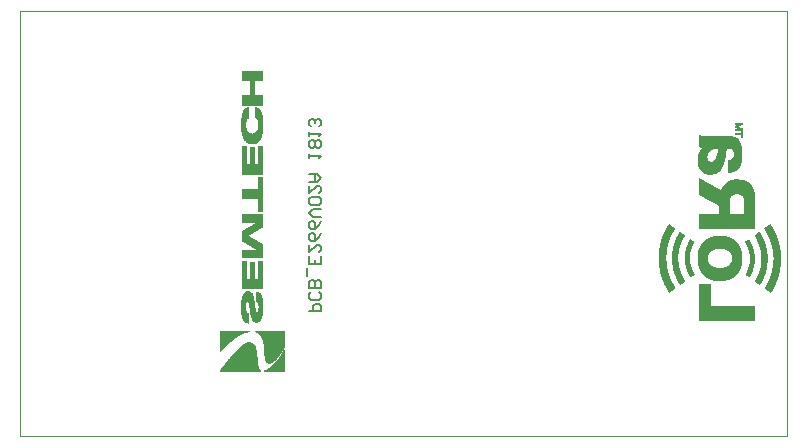
<source format=gbo>
%FSAX43Y43*%
%MOMM*%
G71*
G01*
G75*
G04 Layer_Color=16777062*
%ADD10C,0.300*%
%ADD11R,0.650X0.650*%
%ADD12R,0.650X0.650*%
G04:AMPARAMS|DCode=13|XSize=4.6mm|YSize=4.6mm|CornerRadius=0.115mm|HoleSize=0mm|Usage=FLASHONLY|Rotation=270.000|XOffset=0mm|YOffset=0mm|HoleType=Round|Shape=RoundedRectangle|*
%AMROUNDEDRECTD13*
21,1,4.600,4.370,0,0,270.0*
21,1,4.370,4.600,0,0,270.0*
1,1,0.230,-2.185,-2.185*
1,1,0.230,-2.185,2.185*
1,1,0.230,2.185,2.185*
1,1,0.230,2.185,-2.185*
%
%ADD13ROUNDEDRECTD13*%
%ADD14O,0.300X0.800*%
%ADD15O,0.800X0.300*%
G04:AMPARAMS|DCode=16|XSize=1.7mm|YSize=0.65mm|CornerRadius=0.016mm|HoleSize=0mm|Usage=FLASHONLY|Rotation=180.000|XOffset=0mm|YOffset=0mm|HoleType=Round|Shape=RoundedRectangle|*
%AMROUNDEDRECTD16*
21,1,1.700,0.618,0,0,180.0*
21,1,1.667,0.650,0,0,180.0*
1,1,0.033,-0.834,0.309*
1,1,0.033,0.834,0.309*
1,1,0.033,0.834,-0.309*
1,1,0.033,-0.834,-0.309*
%
%ADD16ROUNDEDRECTD16*%
G04:AMPARAMS|DCode=17|XSize=1.5mm|YSize=0.65mm|CornerRadius=0.016mm|HoleSize=0mm|Usage=FLASHONLY|Rotation=180.000|XOffset=0mm|YOffset=0mm|HoleType=Round|Shape=RoundedRectangle|*
%AMROUNDEDRECTD17*
21,1,1.500,0.618,0,0,180.0*
21,1,1.468,0.650,0,0,180.0*
1,1,0.033,-0.734,0.309*
1,1,0.033,0.734,0.309*
1,1,0.033,0.734,-0.309*
1,1,0.033,-0.734,-0.309*
%
%ADD17ROUNDEDRECTD17*%
G04:AMPARAMS|DCode=18|XSize=1.1mm|YSize=0.65mm|CornerRadius=0.016mm|HoleSize=0mm|Usage=FLASHONLY|Rotation=180.000|XOffset=0mm|YOffset=0mm|HoleType=Round|Shape=RoundedRectangle|*
%AMROUNDEDRECTD18*
21,1,1.100,0.618,0,0,180.0*
21,1,1.067,0.650,0,0,180.0*
1,1,0.033,-0.534,0.309*
1,1,0.033,0.534,0.309*
1,1,0.033,0.534,-0.309*
1,1,0.033,-0.534,-0.309*
%
%ADD18ROUNDEDRECTD18*%
G04:AMPARAMS|DCode=19|XSize=4mm|YSize=2.5mm|CornerRadius=0.063mm|HoleSize=0mm|Usage=FLASHONLY|Rotation=270.000|XOffset=0mm|YOffset=0mm|HoleType=Round|Shape=RoundedRectangle|*
%AMROUNDEDRECTD19*
21,1,4.000,2.375,0,0,270.0*
21,1,3.875,2.500,0,0,270.0*
1,1,0.125,-1.188,-1.938*
1,1,0.125,-1.188,1.938*
1,1,0.125,1.188,1.938*
1,1,0.125,1.188,-1.938*
%
%ADD19ROUNDEDRECTD19*%
G04:AMPARAMS|DCode=20|XSize=0.45mm|YSize=1.1mm|CornerRadius=0.023mm|HoleSize=0mm|Usage=FLASHONLY|Rotation=270.000|XOffset=0mm|YOffset=0mm|HoleType=Round|Shape=RoundedRectangle|*
%AMROUNDEDRECTD20*
21,1,0.450,1.055,0,0,270.0*
21,1,0.405,1.100,0,0,270.0*
1,1,0.045,-0.527,-0.203*
1,1,0.045,-0.527,0.203*
1,1,0.045,0.527,0.203*
1,1,0.045,0.527,-0.203*
%
%ADD20ROUNDEDRECTD20*%
%ADD21R,1.300X1.300*%
%ADD22R,1.300X1.300*%
%ADD23R,0.900X0.900*%
%ADD24R,0.500X0.250*%
G04:AMPARAMS|DCode=25|XSize=1.4mm|YSize=0.8mm|CornerRadius=0.02mm|HoleSize=0mm|Usage=FLASHONLY|Rotation=270.000|XOffset=0mm|YOffset=0mm|HoleType=Round|Shape=RoundedRectangle|*
%AMROUNDEDRECTD25*
21,1,1.400,0.760,0,0,270.0*
21,1,1.360,0.800,0,0,270.0*
1,1,0.040,-0.380,-0.680*
1,1,0.040,-0.380,0.680*
1,1,0.040,0.380,0.680*
1,1,0.040,0.380,-0.680*
%
%ADD25ROUNDEDRECTD25*%
G04:AMPARAMS|DCode=26|XSize=1.4mm|YSize=0.8mm|CornerRadius=0.02mm|HoleSize=0mm|Usage=FLASHONLY|Rotation=180.000|XOffset=0mm|YOffset=0mm|HoleType=Round|Shape=RoundedRectangle|*
%AMROUNDEDRECTD26*
21,1,1.400,0.760,0,0,180.0*
21,1,1.360,0.800,0,0,180.0*
1,1,0.040,-0.680,0.380*
1,1,0.040,0.680,0.380*
1,1,0.040,0.680,-0.380*
1,1,0.040,-0.680,-0.380*
%
%ADD26ROUNDEDRECTD26*%
%ADD27C,1.270*%
G04:AMPARAMS|DCode=28|XSize=0.9mm|YSize=4mm|CornerRadius=0.045mm|HoleSize=0mm|Usage=FLASHONLY|Rotation=90.000|XOffset=0mm|YOffset=0mm|HoleType=Round|Shape=RoundedRectangle|*
%AMROUNDEDRECTD28*
21,1,0.900,3.910,0,0,90.0*
21,1,0.810,4.000,0,0,90.0*
1,1,0.090,1.955,0.405*
1,1,0.090,1.955,-0.405*
1,1,0.090,-1.955,-0.405*
1,1,0.090,-1.955,0.405*
%
%ADD28ROUNDEDRECTD28*%
%ADD29R,0.500X0.500*%
%ADD30R,0.850X0.400*%
%ADD31R,1.050X0.700*%
%ADD32C,0.400*%
%ADD33C,0.500*%
%ADD34C,1.000*%
%ADD35C,0.200*%
%ADD36C,0.650*%
%ADD37C,0.600*%
%ADD38C,0.800*%
%ADD39C,0.250*%
%ADD40C,0.050*%
%ADD41C,1.500*%
G04:AMPARAMS|DCode=42|XSize=1.5mm|YSize=1.5mm|CornerRadius=0.075mm|HoleSize=0mm|Usage=FLASHONLY|Rotation=90.000|XOffset=0mm|YOffset=0mm|HoleType=Round|Shape=RoundedRectangle|*
%AMROUNDEDRECTD42*
21,1,1.500,1.350,0,0,90.0*
21,1,1.350,1.500,0,0,90.0*
1,1,0.150,0.675,0.675*
1,1,0.150,0.675,-0.675*
1,1,0.150,-0.675,-0.675*
1,1,0.150,-0.675,0.675*
%
%ADD42ROUNDEDRECTD42*%
%ADD43C,1.700*%
G04:AMPARAMS|DCode=44|XSize=1.7mm|YSize=1.7mm|CornerRadius=0.17mm|HoleSize=0mm|Usage=FLASHONLY|Rotation=0.000|XOffset=0mm|YOffset=0mm|HoleType=Round|Shape=RoundedRectangle|*
%AMROUNDEDRECTD44*
21,1,1.700,1.360,0,0,0.0*
21,1,1.360,1.700,0,0,0.0*
1,1,0.340,0.680,-0.680*
1,1,0.340,-0.680,-0.680*
1,1,0.340,-0.680,0.680*
1,1,0.340,0.680,0.680*
%
%ADD44ROUNDEDRECTD44*%
G04:AMPARAMS|DCode=45|XSize=2.2mm|YSize=4.4mm|CornerRadius=0.11mm|HoleSize=0mm|Usage=FLASHONLY|Rotation=90.000|XOffset=0mm|YOffset=0mm|HoleType=Round|Shape=RoundedRectangle|*
%AMROUNDEDRECTD45*
21,1,2.200,4.180,0,0,90.0*
21,1,1.980,4.400,0,0,90.0*
1,1,0.220,2.090,0.990*
1,1,0.220,2.090,-0.990*
1,1,0.220,-2.090,-0.990*
1,1,0.220,-2.090,0.990*
%
%ADD45ROUNDEDRECTD45*%
%ADD46C,0.800*%
%ADD47C,0.600*%
%ADD48C,0.580*%
%ADD49C,0.150*%
%ADD50C,0.100*%
%ADD51C,0.010*%
%ADD52C,0.025*%
%ADD53R,1.600X2.800*%
%ADD54R,0.750X0.750*%
%ADD55R,0.750X0.750*%
G04:AMPARAMS|DCode=56|XSize=4.7mm|YSize=4.7mm|CornerRadius=0.165mm|HoleSize=0mm|Usage=FLASHONLY|Rotation=270.000|XOffset=0mm|YOffset=0mm|HoleType=Round|Shape=RoundedRectangle|*
%AMROUNDEDRECTD56*
21,1,4.700,4.370,0,0,270.0*
21,1,4.370,4.700,0,0,270.0*
1,1,0.330,-2.185,-2.185*
1,1,0.330,-2.185,2.185*
1,1,0.330,2.185,2.185*
1,1,0.330,2.185,-2.185*
%
%ADD56ROUNDEDRECTD56*%
%ADD57O,0.400X0.900*%
%ADD58O,0.900X0.400*%
G04:AMPARAMS|DCode=59|XSize=1.8mm|YSize=0.75mm|CornerRadius=0.066mm|HoleSize=0mm|Usage=FLASHONLY|Rotation=180.000|XOffset=0mm|YOffset=0mm|HoleType=Round|Shape=RoundedRectangle|*
%AMROUNDEDRECTD59*
21,1,1.800,0.618,0,0,180.0*
21,1,1.667,0.750,0,0,180.0*
1,1,0.133,-0.834,0.309*
1,1,0.133,0.834,0.309*
1,1,0.133,0.834,-0.309*
1,1,0.133,-0.834,-0.309*
%
%ADD59ROUNDEDRECTD59*%
G04:AMPARAMS|DCode=60|XSize=1.6mm|YSize=0.75mm|CornerRadius=0.066mm|HoleSize=0mm|Usage=FLASHONLY|Rotation=180.000|XOffset=0mm|YOffset=0mm|HoleType=Round|Shape=RoundedRectangle|*
%AMROUNDEDRECTD60*
21,1,1.600,0.618,0,0,180.0*
21,1,1.468,0.750,0,0,180.0*
1,1,0.133,-0.734,0.309*
1,1,0.133,0.734,0.309*
1,1,0.133,0.734,-0.309*
1,1,0.133,-0.734,-0.309*
%
%ADD60ROUNDEDRECTD60*%
G04:AMPARAMS|DCode=61|XSize=1.2mm|YSize=0.75mm|CornerRadius=0.066mm|HoleSize=0mm|Usage=FLASHONLY|Rotation=180.000|XOffset=0mm|YOffset=0mm|HoleType=Round|Shape=RoundedRectangle|*
%AMROUNDEDRECTD61*
21,1,1.200,0.618,0,0,180.0*
21,1,1.067,0.750,0,0,180.0*
1,1,0.133,-0.534,0.309*
1,1,0.133,0.534,0.309*
1,1,0.133,0.534,-0.309*
1,1,0.133,-0.534,-0.309*
%
%ADD61ROUNDEDRECTD61*%
G04:AMPARAMS|DCode=62|XSize=4.1mm|YSize=2.6mm|CornerRadius=0.113mm|HoleSize=0mm|Usage=FLASHONLY|Rotation=270.000|XOffset=0mm|YOffset=0mm|HoleType=Round|Shape=RoundedRectangle|*
%AMROUNDEDRECTD62*
21,1,4.100,2.375,0,0,270.0*
21,1,3.875,2.600,0,0,270.0*
1,1,0.225,-1.188,-1.938*
1,1,0.225,-1.188,1.938*
1,1,0.225,1.188,1.938*
1,1,0.225,1.188,-1.938*
%
%ADD62ROUNDEDRECTD62*%
G04:AMPARAMS|DCode=63|XSize=0.55mm|YSize=1.2mm|CornerRadius=0.073mm|HoleSize=0mm|Usage=FLASHONLY|Rotation=270.000|XOffset=0mm|YOffset=0mm|HoleType=Round|Shape=RoundedRectangle|*
%AMROUNDEDRECTD63*
21,1,0.550,1.055,0,0,270.0*
21,1,0.405,1.200,0,0,270.0*
1,1,0.145,-0.527,-0.203*
1,1,0.145,-0.527,0.203*
1,1,0.145,0.527,0.203*
1,1,0.145,0.527,-0.203*
%
%ADD63ROUNDEDRECTD63*%
%ADD64R,1.400X1.400*%
%ADD65R,1.400X1.400*%
%ADD66R,1.000X1.000*%
%ADD67R,0.600X0.350*%
G04:AMPARAMS|DCode=68|XSize=1.5mm|YSize=0.9mm|CornerRadius=0.07mm|HoleSize=0mm|Usage=FLASHONLY|Rotation=270.000|XOffset=0mm|YOffset=0mm|HoleType=Round|Shape=RoundedRectangle|*
%AMROUNDEDRECTD68*
21,1,1.500,0.760,0,0,270.0*
21,1,1.360,0.900,0,0,270.0*
1,1,0.140,-0.380,-0.680*
1,1,0.140,-0.380,0.680*
1,1,0.140,0.380,0.680*
1,1,0.140,0.380,-0.680*
%
%ADD68ROUNDEDRECTD68*%
G04:AMPARAMS|DCode=69|XSize=1.5mm|YSize=0.9mm|CornerRadius=0.07mm|HoleSize=0mm|Usage=FLASHONLY|Rotation=180.000|XOffset=0mm|YOffset=0mm|HoleType=Round|Shape=RoundedRectangle|*
%AMROUNDEDRECTD69*
21,1,1.500,0.760,0,0,180.0*
21,1,1.360,0.900,0,0,180.0*
1,1,0.140,-0.680,0.380*
1,1,0.140,0.680,0.380*
1,1,0.140,0.680,-0.380*
1,1,0.140,-0.680,-0.380*
%
%ADD69ROUNDEDRECTD69*%
%ADD70C,1.370*%
G04:AMPARAMS|DCode=71|XSize=1mm|YSize=4.1mm|CornerRadius=0.095mm|HoleSize=0mm|Usage=FLASHONLY|Rotation=90.000|XOffset=0mm|YOffset=0mm|HoleType=Round|Shape=RoundedRectangle|*
%AMROUNDEDRECTD71*
21,1,1.000,3.910,0,0,90.0*
21,1,0.810,4.100,0,0,90.0*
1,1,0.190,1.955,0.405*
1,1,0.190,1.955,-0.405*
1,1,0.190,-1.955,-0.405*
1,1,0.190,-1.955,0.405*
%
%ADD71ROUNDEDRECTD71*%
%ADD72R,0.600X0.600*%
%ADD73R,0.950X0.500*%
%ADD74R,1.150X0.800*%
%ADD75C,1.600*%
G04:AMPARAMS|DCode=76|XSize=1.6mm|YSize=1.6mm|CornerRadius=0.125mm|HoleSize=0mm|Usage=FLASHONLY|Rotation=90.000|XOffset=0mm|YOffset=0mm|HoleType=Round|Shape=RoundedRectangle|*
%AMROUNDEDRECTD76*
21,1,1.600,1.350,0,0,90.0*
21,1,1.350,1.600,0,0,90.0*
1,1,0.250,0.675,0.675*
1,1,0.250,0.675,-0.675*
1,1,0.250,-0.675,-0.675*
1,1,0.250,-0.675,0.675*
%
%ADD76ROUNDEDRECTD76*%
%ADD77C,1.800*%
G04:AMPARAMS|DCode=78|XSize=1.8mm|YSize=1.8mm|CornerRadius=0.22mm|HoleSize=0mm|Usage=FLASHONLY|Rotation=0.000|XOffset=0mm|YOffset=0mm|HoleType=Round|Shape=RoundedRectangle|*
%AMROUNDEDRECTD78*
21,1,1.800,1.360,0,0,0.0*
21,1,1.360,1.800,0,0,0.0*
1,1,0.440,0.680,-0.680*
1,1,0.440,-0.680,-0.680*
1,1,0.440,-0.680,0.680*
1,1,0.440,0.680,0.680*
%
%ADD78ROUNDEDRECTD78*%
G04:AMPARAMS|DCode=79|XSize=2.3mm|YSize=4.5mm|CornerRadius=0.16mm|HoleSize=0mm|Usage=FLASHONLY|Rotation=90.000|XOffset=0mm|YOffset=0mm|HoleType=Round|Shape=RoundedRectangle|*
%AMROUNDEDRECTD79*
21,1,2.300,4.180,0,0,90.0*
21,1,1.980,4.500,0,0,90.0*
1,1,0.320,2.090,0.990*
1,1,0.320,2.090,-0.990*
1,1,0.320,-2.090,-0.990*
1,1,0.320,-2.090,0.990*
%
%ADD79ROUNDEDRECTD79*%
%ADD80C,0.700*%
%ADD81C,0.015*%
D35*
X0024500Y0010550D02*
X0025500D01*
Y0011050D01*
X0025333Y0011216D01*
X0025000D01*
X0024833Y0011050D01*
Y0010550D01*
X0025333Y0012216D02*
X0025500Y0012050D01*
Y0011716D01*
X0025333Y0011550D01*
X0024667D01*
X0024500Y0011716D01*
Y0012050D01*
X0024667Y0012216D01*
X0025500Y0012549D02*
X0024500D01*
Y0013049D01*
X0024667Y0013216D01*
X0024833D01*
X0025000Y0013049D01*
Y0012549D01*
Y0013049D01*
X0025166Y0013216D01*
X0025333D01*
X0025500Y0013049D01*
Y0012549D01*
X0024333Y0013549D02*
Y0014215D01*
X0025500Y0015215D02*
Y0014549D01*
X0024500D01*
Y0015215D01*
X0025000Y0014549D02*
Y0014882D01*
X0024500Y0016215D02*
Y0015548D01*
X0025166Y0016215D01*
X0025333D01*
X0025500Y0016048D01*
Y0015715D01*
X0025333Y0015548D01*
X0025500Y0017215D02*
X0025333Y0016881D01*
X0025000Y0016548D01*
X0024667D01*
X0024500Y0016715D01*
Y0017048D01*
X0024667Y0017215D01*
X0024833D01*
X0025000Y0017048D01*
Y0016548D01*
X0025500Y0018214D02*
X0025333Y0017881D01*
X0025000Y0017548D01*
X0024667D01*
X0024500Y0017714D01*
Y0018048D01*
X0024667Y0018214D01*
X0024833D01*
X0025000Y0018048D01*
Y0017548D01*
X0025500Y0018547D02*
X0024833D01*
X0024500Y0018881D01*
X0024833Y0019214D01*
X0025500D01*
X0025333Y0019547D02*
X0025500Y0019714D01*
Y0020047D01*
X0025333Y0020214D01*
X0024667D01*
X0024500Y0020047D01*
Y0019714D01*
X0024667Y0019547D01*
X0025333D01*
X0024500Y0021213D02*
Y0020547D01*
X0025166Y0021213D01*
X0025333D01*
X0025500Y0021047D01*
Y0020713D01*
X0025333Y0020547D01*
X0024500Y0021546D02*
X0025166D01*
X0025500Y0021880D01*
X0025166Y0022213D01*
X0024500D01*
X0025000D01*
Y0021546D01*
X0024500Y0023546D02*
Y0023879D01*
Y0023712D01*
X0025500D01*
X0025333Y0023546D01*
Y0024379D02*
X0025500Y0024545D01*
Y0024879D01*
X0025333Y0025045D01*
X0025166D01*
X0025000Y0024879D01*
X0024833Y0025045D01*
X0024667D01*
X0024500Y0024879D01*
Y0024545D01*
X0024667Y0024379D01*
X0024833D01*
X0025000Y0024545D01*
X0025166Y0024379D01*
X0025333D01*
X0025000Y0024545D02*
Y0024879D01*
X0024500Y0025379D02*
Y0025712D01*
Y0025545D01*
X0025500D01*
X0025333Y0025379D01*
Y0026212D02*
X0025500Y0026378D01*
Y0026711D01*
X0025333Y0026878D01*
X0025166D01*
X0025000Y0026711D01*
Y0026545D01*
Y0026711D01*
X0024833Y0026878D01*
X0024667D01*
X0024500Y0026711D01*
Y0026378D01*
X0024667Y0026212D01*
D40*
X0000000Y0000000D02*
Y0036000D01*
X0065000D01*
Y0000000D02*
Y0036000D01*
X0000000Y0000000D02*
X0065000D01*
D52*
X0022360Y0005550D02*
Y0007303D01*
Y0007531D02*
Y0008903D01*
X0022335Y0005550D02*
Y0007277D01*
Y0007480D02*
Y0008903D01*
X0022309Y0005550D02*
Y0007226D01*
Y0007455D02*
Y0008903D01*
X0022284Y0005550D02*
Y0007176D01*
Y0007404D02*
Y0008903D01*
X0022259Y0005550D02*
Y0007125D01*
Y0007379D02*
Y0008903D01*
X0022233Y0005550D02*
Y0007074D01*
Y0007328D02*
Y0008903D01*
X0022208Y0005550D02*
Y0007049D01*
Y0007303D02*
Y0008903D01*
X0022182Y0005550D02*
Y0006998D01*
Y0007252D02*
Y0008903D01*
X0022157Y0005550D02*
Y0006947D01*
Y0007201D02*
Y0008903D01*
X0022132Y0005550D02*
Y0006896D01*
Y0007176D02*
Y0008903D01*
X0022106Y0005550D02*
Y0006871D01*
Y0007125D02*
Y0008903D01*
X0022081Y0005550D02*
Y0006820D01*
Y0007099D02*
Y0008903D01*
X0022055Y0005550D02*
Y0006795D01*
Y0007049D02*
Y0008903D01*
X0022030Y0005550D02*
Y0006744D01*
Y0007023D02*
Y0008903D01*
X0022005Y0005550D02*
Y0006718D01*
Y0006972D02*
Y0008903D01*
X0021979Y0005550D02*
Y0006668D01*
Y0006947D02*
Y0008903D01*
X0021954Y0005550D02*
Y0006642D01*
Y0006896D02*
Y0008903D01*
X0021928Y0005550D02*
Y0006591D01*
Y0006871D02*
Y0008903D01*
X0021903Y0005550D02*
Y0006566D01*
Y0006820D02*
Y0008903D01*
X0021878Y0005550D02*
Y0006515D01*
Y0006795D02*
Y0008903D01*
X0021852Y0005550D02*
Y0006490D01*
Y0006744D02*
Y0008903D01*
X0021827Y0005550D02*
Y0006464D01*
Y0006718D02*
Y0008903D01*
X0021801Y0005550D02*
Y0006414D01*
Y0006693D02*
Y0008903D01*
X0021776Y0005550D02*
Y0006388D01*
Y0006668D02*
Y0008903D01*
X0021751Y0005550D02*
Y0006363D01*
Y0006642D02*
Y0008903D01*
X0021725Y0005550D02*
Y0006337D01*
Y0006591D02*
Y0008903D01*
X0021700Y0005550D02*
Y0006287D01*
Y0006566D02*
Y0008903D01*
X0021674Y0005550D02*
Y0006261D01*
Y0006541D02*
Y0008903D01*
X0021649Y0005550D02*
Y0006236D01*
Y0006515D02*
Y0008903D01*
X0021624Y0005550D02*
Y0006210D01*
Y0006490D02*
Y0008903D01*
X0021598Y0005550D02*
Y0006185D01*
Y0006464D02*
Y0008903D01*
X0021573Y0005550D02*
Y0006160D01*
Y0006464D02*
Y0008903D01*
X0021547Y0005550D02*
Y0006134D01*
Y0006439D02*
Y0008903D01*
X0021522Y0005550D02*
Y0006109D01*
Y0006414D02*
Y0008903D01*
X0021497Y0005550D02*
Y0006083D01*
Y0006388D02*
Y0008903D01*
X0021471Y0005550D02*
Y0006058D01*
Y0006388D02*
Y0008903D01*
X0021446Y0005550D02*
Y0006033D01*
Y0006363D02*
Y0008903D01*
X0021420Y0005550D02*
Y0006007D01*
Y0006337D02*
Y0008903D01*
X0021395Y0005550D02*
Y0005982D01*
Y0006337D02*
Y0008903D01*
X0021370Y0005550D02*
Y0005956D01*
Y0006312D02*
Y0008903D01*
X0021344Y0005550D02*
Y0005931D01*
Y0006287D02*
Y0008903D01*
X0021319Y0005550D02*
Y0005906D01*
Y0006287D02*
Y0008903D01*
X0021293Y0005550D02*
Y0005880D01*
Y0006261D02*
Y0008903D01*
X0021268Y0005550D02*
Y0005880D01*
Y0006261D02*
Y0008903D01*
X0021243Y0005550D02*
Y0005855D01*
Y0006236D02*
Y0008903D01*
X0021217Y0005550D02*
Y0005829D01*
Y0006236D02*
Y0008903D01*
X0021192Y0005550D02*
Y0005804D01*
Y0006210D02*
Y0008903D01*
X0021166Y0005550D02*
Y0005804D01*
Y0006210D02*
Y0008903D01*
X0021141Y0005550D02*
Y0005779D01*
Y0006210D02*
Y0008903D01*
X0021116Y0005550D02*
Y0005753D01*
Y0006210D02*
Y0008903D01*
X0021090Y0005550D02*
Y0005753D01*
Y0006210D02*
Y0008903D01*
X0021065Y0005550D02*
Y0005728D01*
Y0006210D02*
Y0008903D01*
X0021039Y0005550D02*
Y0005702D01*
Y0006210D02*
Y0008903D01*
X0021014Y0005550D02*
Y0005702D01*
Y0006210D02*
Y0008903D01*
X0020989Y0005550D02*
Y0005677D01*
Y0006236D02*
Y0008903D01*
X0020963Y0005550D02*
Y0005677D01*
Y0006236D02*
Y0008903D01*
X0020938Y0005550D02*
Y0005652D01*
Y0006261D02*
Y0008903D01*
X0020912Y0005550D02*
Y0005652D01*
Y0006287D02*
Y0008903D01*
X0020887Y0005550D02*
Y0005626D01*
Y0006312D02*
Y0008903D01*
X0020862Y0005550D02*
Y0005626D01*
Y0006337D02*
Y0008903D01*
X0020836Y0005550D02*
Y0005601D01*
Y0006363D02*
Y0008903D01*
X0020811Y0005550D02*
Y0005601D01*
Y0006439D02*
Y0008903D01*
X0020785Y0005550D02*
Y0005575D01*
Y0006515D02*
Y0008903D01*
X0020760Y0005550D02*
Y0005575D01*
Y0006642D02*
Y0008903D01*
X0020735Y0005550D02*
Y0005575D01*
Y0006871D02*
Y0008903D01*
X0020709Y0007226D02*
Y0008903D01*
X0020684Y0007506D02*
Y0008903D01*
X0020658Y0007734D02*
Y0008903D01*
X0020633Y0007887D02*
Y0008903D01*
X0020608Y0008014D02*
Y0008903D01*
X0020582Y0008115D02*
Y0008903D01*
X0020557Y0008217D02*
Y0008903D01*
Y0010528D02*
Y0011392D01*
Y0025997D02*
Y0026835D01*
X0020531Y0008268D02*
Y0008903D01*
Y0010376D02*
Y0011595D01*
Y0012510D02*
Y0014821D01*
Y0015177D02*
Y0016243D01*
Y0017767D02*
Y0018834D01*
Y0019088D02*
Y0021933D01*
Y0022238D02*
Y0024524D01*
Y0025794D02*
Y0027038D01*
Y0028054D02*
Y0028816D01*
Y0030163D02*
Y0030925D01*
X0020506Y0008344D02*
Y0008903D01*
Y0010249D02*
Y0011722D01*
Y0012510D02*
Y0014821D01*
Y0015151D02*
Y0016294D01*
Y0017742D02*
Y0018834D01*
Y0019088D02*
Y0021958D01*
Y0022212D02*
Y0024549D01*
Y0025667D02*
Y0027165D01*
Y0028054D02*
Y0028842D01*
Y0030137D02*
Y0030950D01*
X0020481Y0008395D02*
Y0008903D01*
Y0010147D02*
Y0011798D01*
Y0012510D02*
Y0014821D01*
Y0015151D02*
Y0016294D01*
Y0017742D02*
Y0018834D01*
Y0019088D02*
Y0021958D01*
Y0022212D02*
Y0024549D01*
Y0025565D02*
Y0027267D01*
Y0028054D02*
Y0028842D01*
Y0030137D02*
Y0030950D01*
X0020455Y0008446D02*
Y0008903D01*
Y0010071D02*
Y0011875D01*
Y0012510D02*
Y0014821D01*
Y0015151D02*
Y0016320D01*
Y0017717D02*
Y0018834D01*
Y0019088D02*
Y0021958D01*
Y0022212D02*
Y0024549D01*
Y0025464D02*
Y0027343D01*
Y0028054D02*
Y0028842D01*
Y0030137D02*
Y0030950D01*
X0020430Y0008496D02*
Y0008903D01*
Y0010020D02*
Y0011925D01*
Y0012510D02*
Y0014821D01*
Y0015151D02*
Y0016320D01*
Y0017717D02*
Y0018834D01*
Y0019088D02*
Y0021958D01*
Y0022212D02*
Y0024549D01*
Y0025387D02*
Y0027419D01*
Y0028054D02*
Y0028842D01*
Y0030137D02*
Y0030950D01*
X0020404Y0008522D02*
Y0008903D01*
Y0009970D02*
Y0011976D01*
Y0012510D02*
Y0014821D01*
Y0015151D02*
Y0016345D01*
Y0017691D02*
Y0018834D01*
Y0019088D02*
Y0021958D01*
Y0022212D02*
Y0024549D01*
Y0025337D02*
Y0027470D01*
Y0028054D02*
Y0028842D01*
Y0030137D02*
Y0030950D01*
X0020379Y0008573D02*
Y0008903D01*
Y0009919D02*
Y0012027D01*
Y0012510D02*
Y0014821D01*
Y0015151D02*
Y0016345D01*
Y0017666D02*
Y0018834D01*
Y0019088D02*
Y0021958D01*
Y0022212D02*
Y0024549D01*
Y0025286D02*
Y0027521D01*
Y0028054D02*
Y0028842D01*
Y0030137D02*
Y0030950D01*
X0020354Y0005550D02*
Y0005575D01*
Y0008598D02*
Y0008903D01*
Y0009893D02*
Y0012052D01*
Y0012510D02*
Y0014821D01*
Y0015151D02*
Y0016370D01*
Y0017666D02*
Y0018834D01*
Y0019088D02*
Y0021958D01*
Y0022212D02*
Y0024549D01*
Y0025235D02*
Y0027572D01*
Y0028054D02*
Y0028842D01*
Y0030137D02*
Y0030950D01*
X0020328Y0005550D02*
Y0005601D01*
Y0008623D02*
Y0008903D01*
Y0009843D02*
Y0012078D01*
Y0012510D02*
Y0014821D01*
Y0015151D02*
Y0016370D01*
Y0017640D02*
Y0018834D01*
Y0019088D02*
Y0021958D01*
Y0022212D02*
Y0024549D01*
Y0025184D02*
Y0027623D01*
Y0028054D02*
Y0028842D01*
Y0030137D02*
Y0030950D01*
X0020303Y0005550D02*
Y0005601D01*
Y0008649D02*
Y0008903D01*
Y0009817D02*
Y0012103D01*
Y0012510D02*
Y0014821D01*
Y0015151D02*
Y0016396D01*
Y0017640D02*
Y0018834D01*
Y0019088D02*
Y0021958D01*
Y0022212D02*
Y0024549D01*
Y0025133D02*
Y0027648D01*
Y0028054D02*
Y0028842D01*
Y0030137D02*
Y0030950D01*
X0020277Y0005550D02*
Y0005626D01*
Y0008674D02*
Y0008903D01*
Y0009792D02*
Y0012129D01*
Y0012510D02*
Y0014821D01*
Y0015151D02*
Y0016421D01*
Y0017615D02*
Y0018834D01*
Y0019088D02*
Y0021958D01*
Y0022212D02*
Y0024549D01*
Y0025108D02*
Y0027673D01*
Y0028054D02*
Y0028842D01*
Y0030137D02*
Y0030950D01*
X0020252Y0005550D02*
Y0005677D01*
Y0008700D02*
Y0008903D01*
Y0009766D02*
Y0012129D01*
Y0012510D02*
Y0014821D01*
Y0015151D02*
Y0016421D01*
Y0017590D02*
Y0018834D01*
Y0019088D02*
Y0021958D01*
Y0022212D02*
Y0024549D01*
Y0025057D02*
Y0027699D01*
Y0028054D02*
Y0028842D01*
Y0030137D02*
Y0030950D01*
X0020227Y0005550D02*
Y0005702D01*
Y0008725D02*
Y0008903D01*
Y0009741D02*
Y0010808D01*
Y0011138D02*
Y0012154D01*
Y0012510D02*
Y0014821D01*
Y0015151D02*
Y0016447D01*
Y0017590D02*
Y0018834D01*
Y0019088D02*
Y0021958D01*
Y0022212D02*
Y0024549D01*
Y0025032D02*
Y0027724D01*
Y0028054D02*
Y0028842D01*
Y0030137D02*
Y0030950D01*
X0020201Y0005550D02*
Y0005753D01*
Y0008725D02*
Y0008903D01*
Y0009741D02*
Y0010655D01*
Y0011265D02*
Y0012154D01*
Y0012510D02*
Y0014821D01*
Y0015151D02*
Y0016447D01*
Y0017564D02*
Y0018834D01*
Y0019088D02*
Y0021958D01*
Y0022212D02*
Y0024549D01*
Y0025006D02*
Y0026200D01*
Y0026607D02*
Y0027750D01*
Y0028054D02*
Y0028842D01*
Y0030137D02*
Y0030950D01*
X0020176Y0005550D02*
Y0005804D01*
Y0008750D02*
Y0008903D01*
Y0009716D02*
Y0010579D01*
Y0011341D02*
Y0012179D01*
Y0012510D02*
Y0014821D01*
Y0015151D02*
Y0015761D01*
Y0015786D02*
Y0016472D01*
Y0017564D02*
Y0018834D01*
Y0019088D02*
Y0021933D01*
Y0022212D02*
Y0024524D01*
Y0024981D02*
Y0026073D01*
Y0026734D02*
Y0027750D01*
Y0028054D02*
Y0028842D01*
Y0030137D02*
Y0030950D01*
X0020150Y0005550D02*
Y0005906D01*
Y0008776D02*
Y0008903D01*
Y0009716D02*
Y0010528D01*
Y0011367D02*
Y0012179D01*
Y0012510D02*
Y0013297D01*
Y0015151D02*
Y0015761D01*
Y0015812D02*
Y0016472D01*
Y0017539D02*
Y0018123D01*
Y0018148D02*
Y0018834D01*
Y0020130D02*
Y0020917D01*
Y0022212D02*
Y0023000D01*
Y0024956D02*
Y0025997D01*
Y0026810D02*
Y0027775D01*
Y0028054D02*
Y0028842D01*
Y0030137D02*
Y0030950D01*
X0020125Y0005550D02*
Y0006007D01*
Y0008801D02*
Y0008903D01*
Y0009690D02*
Y0010503D01*
Y0011392D02*
Y0012179D01*
Y0012510D02*
Y0013297D01*
Y0015151D02*
Y0015761D01*
Y0015812D02*
Y0016497D01*
Y0017513D02*
Y0018123D01*
Y0018148D02*
Y0018834D01*
Y0020130D02*
Y0020917D01*
Y0022212D02*
Y0023000D01*
Y0024956D02*
Y0025921D01*
Y0026861D02*
Y0027800D01*
Y0028054D02*
Y0028842D01*
Y0030137D02*
Y0030950D01*
X0020100Y0005550D02*
Y0006236D01*
Y0008801D02*
Y0008903D01*
Y0009690D02*
Y0010478D01*
Y0011417D02*
Y0012205D01*
Y0012510D02*
Y0013297D01*
Y0015151D02*
Y0015761D01*
Y0015837D02*
Y0016523D01*
Y0017513D02*
Y0018098D01*
Y0018148D02*
Y0018834D01*
Y0020130D02*
Y0020917D01*
Y0022212D02*
Y0023000D01*
Y0024930D02*
Y0025870D01*
Y0026911D02*
Y0027800D01*
Y0028054D02*
Y0028842D01*
Y0030137D02*
Y0030950D01*
X0020074Y0005550D02*
Y0006668D01*
Y0008827D02*
Y0008903D01*
Y0009690D02*
Y0010478D01*
Y0011417D02*
Y0012205D01*
Y0012510D02*
Y0013297D01*
Y0015151D02*
Y0015761D01*
Y0015837D02*
Y0016523D01*
Y0017488D02*
Y0018072D01*
Y0018148D02*
Y0018834D01*
Y0020130D02*
Y0020917D01*
Y0022212D02*
Y0023000D01*
Y0024905D02*
Y0025845D01*
Y0026937D02*
Y0027800D01*
Y0028054D02*
Y0028842D01*
Y0030137D02*
Y0030950D01*
X0020049Y0005550D02*
Y0007023D01*
Y0008827D02*
Y0008903D01*
Y0009690D02*
Y0010478D01*
Y0011443D02*
Y0012205D01*
Y0012510D02*
Y0013297D01*
Y0015151D02*
Y0015761D01*
Y0015862D02*
Y0016548D01*
Y0017488D02*
Y0018072D01*
Y0018148D02*
Y0018834D01*
Y0020130D02*
Y0020917D01*
Y0022212D02*
Y0023000D01*
Y0024879D02*
Y0025794D01*
Y0026962D02*
Y0027826D01*
Y0028054D02*
Y0028842D01*
Y0030137D02*
Y0030950D01*
X0020023Y0005550D02*
Y0007201D01*
Y0008852D02*
Y0008903D01*
Y0009690D02*
Y0010478D01*
Y0012510D02*
Y0013297D01*
Y0015151D02*
Y0015761D01*
Y0015862D02*
Y0016548D01*
Y0017463D02*
Y0018047D01*
Y0018148D02*
Y0018834D01*
Y0020130D02*
Y0020917D01*
Y0022212D02*
Y0023000D01*
Y0024879D02*
Y0025768D01*
Y0026962D02*
Y0027826D01*
Y0028054D02*
Y0028842D01*
Y0030137D02*
Y0030950D01*
X0019998Y0005550D02*
Y0007303D01*
Y0008852D02*
Y0008903D01*
Y0009690D02*
Y0010503D01*
Y0012510D02*
Y0013297D01*
Y0015151D02*
Y0015761D01*
Y0015888D02*
Y0016574D01*
Y0017437D02*
Y0018047D01*
Y0018148D02*
Y0018834D01*
Y0020130D02*
Y0020917D01*
Y0022212D02*
Y0023000D01*
Y0024854D02*
Y0025743D01*
Y0026988D02*
Y0027826D01*
Y0028054D02*
Y0028842D01*
Y0030137D02*
Y0030950D01*
X0019973Y0005550D02*
Y0007404D01*
Y0008877D02*
Y0008903D01*
Y0009690D02*
Y0010554D01*
Y0012510D02*
Y0013297D01*
Y0015151D02*
Y0015761D01*
Y0015913D02*
Y0016574D01*
Y0017437D02*
Y0018021D01*
Y0018148D02*
Y0018834D01*
Y0020130D02*
Y0020917D01*
Y0022212D02*
Y0023000D01*
Y0024854D02*
Y0025718D01*
Y0026988D02*
Y0027826D01*
Y0028054D02*
Y0028842D01*
Y0030137D02*
Y0030950D01*
X0019947Y0005550D02*
Y0007480D01*
Y0008877D02*
Y0008903D01*
Y0009690D02*
Y0010605D01*
Y0012510D02*
Y0013297D01*
Y0015151D02*
Y0015761D01*
Y0015913D02*
Y0016599D01*
Y0017412D02*
Y0017996D01*
Y0018148D02*
Y0018834D01*
Y0020130D02*
Y0020917D01*
Y0022212D02*
Y0023000D01*
Y0024854D02*
Y0025718D01*
Y0028054D02*
Y0028842D01*
Y0030137D02*
Y0030950D01*
X0019922Y0005550D02*
Y0007557D01*
Y0009690D02*
Y0010732D01*
Y0012510D02*
Y0013297D01*
Y0015151D02*
Y0015761D01*
Y0015939D02*
Y0016599D01*
Y0017412D02*
Y0017996D01*
Y0018148D02*
Y0018834D01*
Y0020130D02*
Y0020917D01*
Y0022212D02*
Y0023000D01*
Y0024829D02*
Y0025692D01*
Y0028054D02*
Y0028842D01*
Y0030137D02*
Y0030950D01*
X0019896Y0005550D02*
Y0007607D01*
Y0009690D02*
Y0010884D01*
Y0012510D02*
Y0013297D01*
Y0015151D02*
Y0015761D01*
Y0015939D02*
Y0016624D01*
Y0017386D02*
Y0017971D01*
Y0018148D02*
Y0018834D01*
Y0020130D02*
Y0020917D01*
Y0022212D02*
Y0023000D01*
Y0024829D02*
Y0025667D01*
Y0028054D02*
Y0028842D01*
Y0030137D02*
Y0030950D01*
X0019871Y0005550D02*
Y0007658D01*
Y0009716D02*
Y0011062D01*
Y0012510D02*
Y0013297D01*
Y0015151D02*
Y0015761D01*
Y0015964D02*
Y0016650D01*
Y0017361D02*
Y0017971D01*
Y0018148D02*
Y0018834D01*
Y0020130D02*
Y0020917D01*
Y0022212D02*
Y0023000D01*
Y0024829D02*
Y0025667D01*
Y0028054D02*
Y0028842D01*
Y0030137D02*
Y0030950D01*
X0019846Y0005550D02*
Y0007684D01*
Y0009716D02*
Y0011265D01*
Y0012510D02*
Y0014745D01*
Y0015151D02*
Y0015761D01*
Y0015989D02*
Y0016650D01*
Y0017361D02*
Y0017945D01*
Y0018148D02*
Y0018834D01*
Y0020130D02*
Y0020917D01*
Y0022212D02*
Y0024448D01*
Y0024803D02*
Y0025667D01*
Y0028054D02*
Y0028842D01*
Y0030137D02*
Y0030950D01*
X0019820Y0005550D02*
Y0007734D01*
Y0009741D02*
Y0011443D01*
Y0012510D02*
Y0014745D01*
Y0015151D02*
Y0015761D01*
Y0015989D02*
Y0016675D01*
Y0017336D02*
Y0017945D01*
Y0018148D02*
Y0018834D01*
Y0020130D02*
Y0020917D01*
Y0022212D02*
Y0024448D01*
Y0024803D02*
Y0025641D01*
Y0028054D02*
Y0030950D01*
X0019795Y0005550D02*
Y0007760D01*
Y0009766D02*
Y0011595D01*
Y0012510D02*
Y0014745D01*
Y0015151D02*
Y0015761D01*
Y0016015D02*
Y0016675D01*
Y0017336D02*
Y0017920D01*
Y0018148D02*
Y0018834D01*
Y0020130D02*
Y0020917D01*
Y0022212D02*
Y0024448D01*
Y0024803D02*
Y0025641D01*
Y0028054D02*
Y0030950D01*
X0019769Y0005550D02*
Y0007785D01*
Y0009766D02*
Y0011722D01*
Y0012510D02*
Y0014745D01*
Y0015151D02*
Y0015761D01*
Y0016015D02*
Y0016701D01*
Y0017310D02*
Y0017894D01*
Y0018148D02*
Y0018834D01*
Y0020130D02*
Y0020917D01*
Y0022212D02*
Y0024448D01*
Y0024803D02*
Y0025641D01*
Y0028054D02*
Y0030950D01*
X0019744Y0005550D02*
Y0007811D01*
Y0009817D02*
Y0011824D01*
Y0012510D02*
Y0014745D01*
Y0015151D02*
Y0015761D01*
Y0016040D02*
Y0016701D01*
Y0017285D02*
Y0017894D01*
Y0018148D02*
Y0018834D01*
Y0020130D02*
Y0020917D01*
Y0022212D02*
Y0024448D01*
Y0024803D02*
Y0025641D01*
Y0028054D02*
Y0030950D01*
X0019719Y0005550D02*
Y0007836D01*
Y0009843D02*
Y0011900D01*
Y0012510D02*
Y0014745D01*
Y0015151D02*
Y0015761D01*
Y0016040D02*
Y0016726D01*
Y0017285D02*
Y0017869D01*
Y0018148D02*
Y0018834D01*
Y0020130D02*
Y0020917D01*
Y0022212D02*
Y0024448D01*
Y0024803D02*
Y0025616D01*
Y0028054D02*
Y0030950D01*
X0019693Y0005550D02*
Y0007861D01*
Y0009868D02*
Y0011976D01*
Y0012510D02*
Y0014745D01*
Y0015151D02*
Y0015761D01*
Y0016066D02*
Y0016751D01*
Y0017259D02*
Y0017869D01*
Y0018148D02*
Y0018834D01*
Y0020130D02*
Y0020917D01*
Y0022212D02*
Y0024448D01*
Y0024803D02*
Y0025616D01*
Y0028054D02*
Y0030950D01*
X0019668Y0005550D02*
Y0007861D01*
Y0009919D02*
Y0012027D01*
Y0012510D02*
Y0014745D01*
Y0015151D02*
Y0015761D01*
Y0016091D02*
Y0016751D01*
Y0017259D02*
Y0017844D01*
Y0018148D02*
Y0018834D01*
Y0020130D02*
Y0020917D01*
Y0022212D02*
Y0024448D01*
Y0024803D02*
Y0025616D01*
Y0028054D02*
Y0030950D01*
X0019642Y0005550D02*
Y0007887D01*
Y0009970D02*
Y0012078D01*
Y0012510D02*
Y0014745D01*
Y0015151D02*
Y0015761D01*
Y0016091D02*
Y0016777D01*
Y0017234D02*
Y0017844D01*
Y0018148D02*
Y0018834D01*
Y0020130D02*
Y0020917D01*
Y0022212D02*
Y0024448D01*
Y0024803D02*
Y0025616D01*
Y0028054D02*
Y0030950D01*
X0019617Y0005550D02*
Y0007887D01*
Y0010046D02*
Y0012103D01*
Y0012510D02*
Y0014745D01*
Y0015151D02*
Y0015761D01*
Y0016116D02*
Y0016777D01*
Y0017209D02*
Y0017818D01*
Y0018148D02*
Y0018834D01*
Y0020130D02*
Y0020917D01*
Y0022212D02*
Y0024448D01*
Y0024803D02*
Y0025616D01*
Y0028054D02*
Y0030950D01*
X0019592Y0005550D02*
Y0007912D01*
Y0010122D02*
Y0012129D01*
Y0012510D02*
Y0014745D01*
Y0015151D02*
Y0015761D01*
Y0016116D02*
Y0016802D01*
Y0017209D02*
Y0017793D01*
Y0018148D02*
Y0018834D01*
Y0020130D02*
Y0020917D01*
Y0022212D02*
Y0024448D01*
Y0024803D02*
Y0025641D01*
Y0028054D02*
Y0030950D01*
X0019566Y0005550D02*
Y0007912D01*
Y0010224D02*
Y0012154D01*
Y0012510D02*
Y0014745D01*
Y0015151D02*
Y0015761D01*
Y0016142D02*
Y0016802D01*
Y0017183D02*
Y0017793D01*
Y0018148D02*
Y0018834D01*
Y0020130D02*
Y0020917D01*
Y0022212D02*
Y0024448D01*
Y0024803D02*
Y0025641D01*
Y0028054D02*
Y0030950D01*
X0019541Y0005550D02*
Y0007912D01*
Y0010351D02*
Y0012179D01*
Y0012510D02*
Y0014745D01*
Y0015151D02*
Y0015761D01*
Y0016142D02*
Y0016828D01*
Y0017183D02*
Y0017767D01*
Y0018148D02*
Y0018834D01*
Y0020130D02*
Y0020917D01*
Y0022212D02*
Y0024448D01*
Y0024803D02*
Y0025641D01*
Y0028054D02*
Y0030950D01*
X0019515Y0005550D02*
Y0007912D01*
Y0010503D02*
Y0012205D01*
Y0012510D02*
Y0014745D01*
Y0015151D02*
Y0015761D01*
Y0016167D02*
Y0016853D01*
Y0017158D02*
Y0017767D01*
Y0018148D02*
Y0018834D01*
Y0020130D02*
Y0020917D01*
Y0022212D02*
Y0024448D01*
Y0024803D02*
Y0025641D01*
Y0028054D02*
Y0030950D01*
X0019490Y0005550D02*
Y0007938D01*
Y0010706D02*
Y0012230D01*
Y0012510D02*
Y0014719D01*
Y0015151D02*
Y0015761D01*
Y0016193D02*
Y0016853D01*
Y0017132D02*
Y0017742D01*
Y0018148D02*
Y0018834D01*
Y0020130D02*
Y0020917D01*
Y0022212D02*
Y0024448D01*
Y0024803D02*
Y0025667D01*
Y0028054D02*
Y0030950D01*
X0019465Y0005550D02*
Y0007938D01*
Y0010909D02*
Y0012230D01*
Y0012510D02*
Y0013297D01*
Y0015151D02*
Y0015761D01*
Y0016193D02*
Y0016878D01*
Y0017132D02*
Y0017742D01*
Y0018148D02*
Y0018834D01*
Y0020130D02*
Y0020917D01*
Y0022212D02*
Y0023000D01*
Y0024803D02*
Y0025667D01*
Y0028054D02*
Y0028842D01*
Y0030137D02*
Y0030950D01*
X0019439Y0005550D02*
Y0007938D01*
Y0011113D02*
Y0012230D01*
Y0012510D02*
Y0013297D01*
Y0015151D02*
Y0015761D01*
Y0016218D02*
Y0016878D01*
Y0017107D02*
Y0017717D01*
Y0018148D02*
Y0018834D01*
Y0020130D02*
Y0020917D01*
Y0022212D02*
Y0023000D01*
Y0024829D02*
Y0025667D01*
Y0028054D02*
Y0028842D01*
Y0030137D02*
Y0030950D01*
X0019414Y0005550D02*
Y0007938D01*
Y0011240D02*
Y0012256D01*
Y0012510D02*
Y0013297D01*
Y0015151D02*
Y0015761D01*
Y0016218D02*
Y0016904D01*
Y0017107D02*
Y0017691D01*
Y0018148D02*
Y0018834D01*
Y0020130D02*
Y0020917D01*
Y0022212D02*
Y0023000D01*
Y0024829D02*
Y0025692D01*
Y0028054D02*
Y0028842D01*
Y0030137D02*
Y0030950D01*
X0019388Y0005550D02*
Y0007938D01*
Y0008877D02*
Y0008903D01*
Y0011341D02*
Y0012256D01*
Y0012510D02*
Y0013297D01*
Y0015151D02*
Y0015761D01*
Y0016243D02*
Y0016904D01*
Y0017082D02*
Y0017691D01*
Y0018148D02*
Y0018834D01*
Y0020130D02*
Y0020917D01*
Y0022212D02*
Y0023000D01*
Y0024829D02*
Y0025692D01*
Y0028054D02*
Y0028842D01*
Y0030137D02*
Y0030950D01*
X0019363Y0005550D02*
Y0007938D01*
Y0008877D02*
Y0008903D01*
Y0011392D02*
Y0012256D01*
Y0012510D02*
Y0013297D01*
Y0015151D02*
Y0015761D01*
Y0016269D02*
Y0016929D01*
Y0017056D02*
Y0017666D01*
Y0018148D02*
Y0018834D01*
Y0020130D02*
Y0020917D01*
Y0022212D02*
Y0023000D01*
Y0024854D02*
Y0025718D01*
Y0026988D02*
Y0027851D01*
Y0028054D02*
Y0028842D01*
Y0030137D02*
Y0030950D01*
X0019338Y0005550D02*
Y0007938D01*
Y0008877D02*
Y0008903D01*
Y0009614D02*
Y0010401D01*
Y0011443D02*
Y0012256D01*
Y0012510D02*
Y0013297D01*
Y0015151D02*
Y0015761D01*
Y0016269D02*
Y0016929D01*
Y0017056D02*
Y0017666D01*
Y0018148D02*
Y0018834D01*
Y0020130D02*
Y0020917D01*
Y0022212D02*
Y0023000D01*
Y0024854D02*
Y0025743D01*
Y0026988D02*
Y0027851D01*
Y0028054D02*
Y0028842D01*
Y0030137D02*
Y0030950D01*
X0019312Y0005550D02*
Y0007938D01*
Y0008877D02*
Y0008903D01*
Y0009614D02*
Y0010427D01*
Y0011468D02*
Y0012256D01*
Y0012510D02*
Y0013297D01*
Y0015151D02*
Y0015761D01*
Y0016294D02*
Y0016955D01*
Y0017031D02*
Y0017640D01*
Y0018148D02*
Y0018834D01*
Y0020130D02*
Y0020917D01*
Y0022212D02*
Y0023000D01*
Y0024879D02*
Y0025768D01*
Y0026962D02*
Y0027826D01*
Y0028054D02*
Y0028842D01*
Y0030137D02*
Y0030950D01*
X0019287Y0005550D02*
Y0007938D01*
Y0008852D02*
Y0008903D01*
Y0009639D02*
Y0010427D01*
Y0011468D02*
Y0012256D01*
Y0012510D02*
Y0013297D01*
Y0015151D02*
Y0015761D01*
Y0016294D02*
Y0016980D01*
Y0017031D02*
Y0017615D01*
Y0018148D02*
Y0018834D01*
Y0020130D02*
Y0020917D01*
Y0022212D02*
Y0023000D01*
Y0024879D02*
Y0025794D01*
Y0026962D02*
Y0027826D01*
Y0028054D02*
Y0028842D01*
Y0030137D02*
Y0030950D01*
X0019261Y0005550D02*
Y0007912D01*
Y0008852D02*
Y0008903D01*
Y0009639D02*
Y0010427D01*
Y0011468D02*
Y0012256D01*
Y0012510D02*
Y0013297D01*
Y0015151D02*
Y0015761D01*
Y0016320D02*
Y0016980D01*
Y0017005D02*
Y0017615D01*
Y0018148D02*
Y0018834D01*
Y0020130D02*
Y0020917D01*
Y0022212D02*
Y0023000D01*
Y0024905D02*
Y0025819D01*
Y0026937D02*
Y0027826D01*
Y0028054D02*
Y0028842D01*
Y0030137D02*
Y0030950D01*
X0019236Y0005550D02*
Y0007912D01*
Y0008852D02*
Y0008903D01*
Y0009639D02*
Y0010427D01*
Y0011468D02*
Y0012256D01*
Y0012510D02*
Y0013297D01*
Y0015151D02*
Y0015761D01*
Y0016320D02*
Y0017590D01*
Y0018148D02*
Y0018834D01*
Y0020130D02*
Y0020917D01*
Y0022212D02*
Y0023000D01*
Y0024905D02*
Y0025845D01*
Y0026911D02*
Y0027826D01*
Y0028054D02*
Y0028842D01*
Y0030137D02*
Y0030950D01*
X0019211Y0005550D02*
Y0007912D01*
Y0008852D02*
Y0008903D01*
Y0009639D02*
Y0010452D01*
Y0011468D02*
Y0012256D01*
Y0012510D02*
Y0013297D01*
Y0015151D02*
Y0015761D01*
Y0016345D02*
Y0017590D01*
Y0018148D02*
Y0018834D01*
Y0020130D02*
Y0020917D01*
Y0022212D02*
Y0023000D01*
Y0024930D02*
Y0025895D01*
Y0026886D02*
Y0027800D01*
Y0028054D02*
Y0028842D01*
Y0030137D02*
Y0030950D01*
X0019185Y0005550D02*
Y0007912D01*
Y0008852D02*
Y0008903D01*
Y0009639D02*
Y0010478D01*
Y0011443D02*
Y0012230D01*
Y0012510D02*
Y0013297D01*
Y0015151D02*
Y0015761D01*
Y0016370D02*
Y0017564D01*
Y0018148D02*
Y0018834D01*
Y0020130D02*
Y0020917D01*
Y0022212D02*
Y0023000D01*
Y0024956D02*
Y0025946D01*
Y0026835D02*
Y0027800D01*
Y0028054D02*
Y0028842D01*
Y0030137D02*
Y0030950D01*
X0019160Y0005550D02*
Y0007887D01*
Y0008827D02*
Y0008903D01*
Y0009665D02*
Y0010503D01*
Y0011392D02*
Y0012230D01*
Y0012510D02*
Y0013297D01*
Y0015151D02*
Y0015761D01*
Y0016370D02*
Y0017564D01*
Y0018148D02*
Y0018834D01*
Y0020130D02*
Y0020917D01*
Y0022212D02*
Y0023000D01*
Y0024981D02*
Y0025997D01*
Y0026784D02*
Y0027775D01*
Y0028054D02*
Y0028842D01*
Y0030137D02*
Y0030950D01*
X0019134Y0005550D02*
Y0007887D01*
Y0008827D02*
Y0008903D01*
Y0009665D02*
Y0010554D01*
Y0011341D02*
Y0012230D01*
Y0012510D02*
Y0014846D01*
Y0015151D02*
Y0015761D01*
Y0016396D02*
Y0017539D01*
Y0018148D02*
Y0018834D01*
Y0020130D02*
Y0020917D01*
Y0022212D02*
Y0024575D01*
Y0025006D02*
Y0026099D01*
Y0026683D02*
Y0027775D01*
Y0028054D02*
Y0028842D01*
Y0030137D02*
Y0030950D01*
X0019109Y0005550D02*
Y0007861D01*
Y0008827D02*
Y0008903D01*
Y0009690D02*
Y0010630D01*
Y0011240D02*
Y0012205D01*
Y0012510D02*
Y0014846D01*
Y0015151D02*
Y0015761D01*
Y0016396D02*
Y0017513D01*
Y0018148D02*
Y0018834D01*
Y0020130D02*
Y0020917D01*
Y0022212D02*
Y0024575D01*
Y0025032D02*
Y0026251D01*
Y0026505D02*
Y0027750D01*
Y0028054D02*
Y0028842D01*
Y0030137D02*
Y0030950D01*
X0019084Y0005550D02*
Y0007861D01*
Y0008827D02*
Y0008903D01*
Y0009690D02*
Y0010935D01*
Y0010960D02*
Y0012179D01*
Y0012510D02*
Y0014846D01*
Y0015151D02*
Y0015761D01*
Y0016421D02*
Y0017513D01*
Y0018148D02*
Y0018834D01*
Y0020130D02*
Y0020917D01*
Y0022212D02*
Y0024575D01*
Y0025057D02*
Y0027724D01*
Y0028054D02*
Y0028842D01*
Y0030137D02*
Y0030950D01*
X0019058Y0005550D02*
Y0007836D01*
Y0008801D02*
Y0008903D01*
Y0009716D02*
Y0012179D01*
Y0012510D02*
Y0014846D01*
Y0015151D02*
Y0015761D01*
Y0016421D02*
Y0017488D01*
Y0018148D02*
Y0018834D01*
Y0020130D02*
Y0020917D01*
Y0022212D02*
Y0024575D01*
Y0025083D02*
Y0027699D01*
Y0028054D02*
Y0028842D01*
Y0030137D02*
Y0030950D01*
X0019033Y0005550D02*
Y0007836D01*
Y0008801D02*
Y0008903D01*
Y0009741D02*
Y0012154D01*
Y0012510D02*
Y0014846D01*
Y0015151D02*
Y0015761D01*
Y0016447D02*
Y0017488D01*
Y0018148D02*
Y0018834D01*
Y0020130D02*
Y0020917D01*
Y0022212D02*
Y0024575D01*
Y0025108D02*
Y0027673D01*
Y0028054D02*
Y0028842D01*
Y0030137D02*
Y0030950D01*
X0019007Y0005550D02*
Y0007811D01*
Y0008801D02*
Y0008903D01*
Y0009766D02*
Y0012129D01*
Y0012510D02*
Y0014846D01*
Y0015151D02*
Y0015761D01*
Y0016472D02*
Y0017463D01*
Y0018148D02*
Y0018834D01*
Y0020130D02*
Y0020917D01*
Y0022212D02*
Y0024575D01*
Y0025159D02*
Y0027648D01*
Y0028054D02*
Y0028842D01*
Y0030137D02*
Y0030950D01*
X0018982Y0005550D02*
Y0007785D01*
Y0008776D02*
Y0008903D01*
Y0009792D02*
Y0012078D01*
Y0012510D02*
Y0014846D01*
Y0015151D02*
Y0015761D01*
Y0016472D02*
Y0017463D01*
Y0018148D02*
Y0018834D01*
Y0020130D02*
Y0020917D01*
Y0022212D02*
Y0024575D01*
Y0025184D02*
Y0027597D01*
Y0028054D02*
Y0028842D01*
Y0030137D02*
Y0030950D01*
X0018957Y0005550D02*
Y0007760D01*
Y0008776D02*
Y0008903D01*
Y0009817D02*
Y0012052D01*
Y0012510D02*
Y0014846D01*
Y0015151D02*
Y0015761D01*
Y0016497D02*
Y0017437D01*
Y0018148D02*
Y0018834D01*
Y0020130D02*
Y0020917D01*
Y0022212D02*
Y0024575D01*
Y0025235D02*
Y0027572D01*
Y0028054D02*
Y0028842D01*
Y0030137D02*
Y0030950D01*
X0018931Y0005550D02*
Y0007760D01*
Y0008750D02*
Y0008903D01*
Y0009843D02*
Y0012002D01*
Y0012510D02*
Y0014846D01*
Y0015151D02*
Y0015761D01*
Y0016497D02*
Y0017412D01*
Y0018148D02*
Y0018834D01*
Y0020130D02*
Y0020917D01*
Y0022212D02*
Y0024575D01*
Y0025286D02*
Y0027521D01*
Y0028054D02*
Y0028842D01*
Y0030137D02*
Y0030950D01*
X0018906Y0005550D02*
Y0007734D01*
Y0008750D02*
Y0008903D01*
Y0009893D02*
Y0011951D01*
Y0012510D02*
Y0014846D01*
Y0015151D02*
Y0015761D01*
Y0016523D02*
Y0017412D01*
Y0018148D02*
Y0018834D01*
Y0020130D02*
Y0020917D01*
Y0022212D02*
Y0024575D01*
Y0025337D02*
Y0027470D01*
Y0028054D02*
Y0028842D01*
Y0030137D02*
Y0030950D01*
X0018880Y0005550D02*
Y0007709D01*
Y0008750D02*
Y0008903D01*
Y0009944D02*
Y0011900D01*
Y0012510D02*
Y0014846D01*
Y0015151D02*
Y0015761D01*
Y0016548D02*
Y0017386D01*
Y0018148D02*
Y0018834D01*
Y0020130D02*
Y0020917D01*
Y0022212D02*
Y0024575D01*
Y0025387D02*
Y0027419D01*
Y0028054D02*
Y0028842D01*
Y0030137D02*
Y0030950D01*
X0018855Y0005550D02*
Y0007684D01*
Y0008725D02*
Y0008903D01*
Y0010020D02*
Y0011824D01*
Y0012510D02*
Y0014846D01*
Y0015151D02*
Y0015761D01*
Y0016548D02*
Y0017386D01*
Y0018148D02*
Y0018834D01*
Y0020130D02*
Y0020917D01*
Y0022212D02*
Y0024575D01*
Y0025464D02*
Y0027343D01*
Y0028054D02*
Y0028842D01*
Y0030137D02*
Y0030950D01*
X0018830Y0005550D02*
Y0007658D01*
Y0008725D02*
Y0008903D01*
Y0010097D02*
Y0011748D01*
Y0012510D02*
Y0014846D01*
Y0015151D02*
Y0015761D01*
Y0016574D02*
Y0017361D01*
Y0018148D02*
Y0018834D01*
Y0020130D02*
Y0020917D01*
Y0022212D02*
Y0024575D01*
Y0025565D02*
Y0027242D01*
Y0028054D02*
Y0028842D01*
Y0030137D02*
Y0030950D01*
X0018804Y0005550D02*
Y0007658D01*
Y0008700D02*
Y0008903D01*
Y0010173D02*
Y0011646D01*
Y0012510D02*
Y0014846D01*
Y0015151D02*
Y0015761D01*
Y0016574D02*
Y0017361D01*
Y0018148D02*
Y0018834D01*
Y0020130D02*
Y0020917D01*
Y0022212D02*
Y0024575D01*
Y0025667D02*
Y0027140D01*
Y0028054D02*
Y0028842D01*
Y0030137D02*
Y0030950D01*
X0018779Y0005550D02*
Y0007633D01*
Y0008700D02*
Y0008903D01*
Y0010325D02*
Y0011494D01*
Y0025794D02*
Y0026962D01*
X0018753Y0005550D02*
Y0007607D01*
Y0008674D02*
Y0008903D01*
Y0010554D02*
Y0011240D01*
Y0025997D02*
Y0026708D01*
X0018728Y0005550D02*
Y0007582D01*
Y0008674D02*
Y0008903D01*
X0018703Y0005550D02*
Y0007557D01*
Y0008649D02*
Y0008903D01*
X0018677Y0005550D02*
Y0007531D01*
Y0008649D02*
Y0008903D01*
X0018652Y0005550D02*
Y0007506D01*
Y0008623D02*
Y0008903D01*
X0018626Y0005550D02*
Y0007480D01*
Y0008623D02*
Y0008903D01*
X0018601Y0005550D02*
Y0007455D01*
Y0008598D02*
Y0008903D01*
X0018576Y0005550D02*
Y0007430D01*
Y0008598D02*
Y0008903D01*
X0018550Y0005550D02*
Y0007404D01*
Y0008573D02*
Y0008903D01*
X0018525Y0005550D02*
Y0007379D01*
Y0008547D02*
Y0008903D01*
X0018499Y0005550D02*
Y0007353D01*
Y0008547D02*
Y0008903D01*
X0018474Y0005550D02*
Y0007328D01*
Y0008522D02*
Y0008903D01*
X0018449Y0005550D02*
Y0007303D01*
Y0008522D02*
Y0008903D01*
X0018423Y0005550D02*
Y0007277D01*
Y0008496D02*
Y0008903D01*
X0018398Y0005550D02*
Y0007252D01*
Y0008471D02*
Y0008903D01*
X0018372Y0005550D02*
Y0007226D01*
Y0008471D02*
Y0008903D01*
X0018347Y0005550D02*
Y0007201D01*
Y0008446D02*
Y0008903D01*
X0018322Y0005550D02*
Y0007176D01*
Y0008420D02*
Y0008903D01*
X0018296Y0005550D02*
Y0007150D01*
Y0008420D02*
Y0008903D01*
X0018271Y0005550D02*
Y0007125D01*
Y0008395D02*
Y0008903D01*
X0018245Y0005550D02*
Y0007099D01*
Y0008369D02*
Y0008903D01*
X0018220Y0005550D02*
Y0007074D01*
Y0008369D02*
Y0008903D01*
X0018195Y0005550D02*
Y0007049D01*
Y0008344D02*
Y0008903D01*
X0018169Y0005550D02*
Y0007023D01*
Y0008319D02*
Y0008903D01*
X0018144Y0005550D02*
Y0006998D01*
Y0008319D02*
Y0008903D01*
X0018118Y0005550D02*
Y0006972D01*
Y0008293D02*
Y0008903D01*
X0018093Y0005550D02*
Y0006947D01*
Y0008268D02*
Y0008903D01*
X0018068Y0005550D02*
Y0006922D01*
Y0008242D02*
Y0008903D01*
X0018042Y0005550D02*
Y0006896D01*
Y0008242D02*
Y0008903D01*
X0018017Y0005550D02*
Y0006871D01*
Y0008217D02*
Y0008903D01*
X0017991Y0005550D02*
Y0006820D01*
Y0008192D02*
Y0008903D01*
X0017966Y0005550D02*
Y0006795D01*
Y0008166D02*
Y0008903D01*
X0017941Y0005550D02*
Y0006769D01*
Y0008166D02*
Y0008903D01*
X0017915Y0005550D02*
Y0006744D01*
Y0008141D02*
Y0008903D01*
X0017890Y0005550D02*
Y0006718D01*
Y0008115D02*
Y0008903D01*
X0017864Y0005550D02*
Y0006693D01*
Y0008090D02*
Y0008903D01*
X0017839Y0005550D02*
Y0006668D01*
Y0008065D02*
Y0008903D01*
X0017814Y0005550D02*
Y0006642D01*
Y0008039D02*
Y0008903D01*
X0017788Y0005550D02*
Y0006591D01*
Y0008039D02*
Y0008903D01*
X0017763Y0005550D02*
Y0006566D01*
Y0008014D02*
Y0008903D01*
X0017737Y0005550D02*
Y0006541D01*
Y0007988D02*
Y0008903D01*
X0017712Y0005550D02*
Y0006515D01*
Y0007963D02*
Y0008903D01*
X0017687Y0005550D02*
Y0006490D01*
Y0007938D02*
Y0008903D01*
X0017661Y0005550D02*
Y0006464D01*
Y0007912D02*
Y0008903D01*
X0017636Y0005550D02*
Y0006439D01*
Y0007887D02*
Y0008903D01*
X0017610Y0005550D02*
Y0006388D01*
Y0007887D02*
Y0008903D01*
X0017585Y0005550D02*
Y0006363D01*
Y0007861D02*
Y0008903D01*
X0017560Y0005550D02*
Y0006337D01*
Y0007836D02*
Y0008903D01*
X0017534Y0005550D02*
Y0006312D01*
Y0007811D02*
Y0008903D01*
X0017509Y0005550D02*
Y0006287D01*
Y0007785D02*
Y0008903D01*
X0017483Y0005550D02*
Y0006236D01*
Y0007760D02*
Y0008903D01*
X0017458Y0005550D02*
Y0006210D01*
Y0007734D02*
Y0008903D01*
X0017433Y0005550D02*
Y0006185D01*
Y0007709D02*
Y0008903D01*
X0017407Y0005550D02*
Y0006160D01*
Y0007684D02*
Y0008903D01*
X0017382Y0005550D02*
Y0006134D01*
Y0007658D02*
Y0008903D01*
X0017356Y0005550D02*
Y0006083D01*
Y0007633D02*
Y0008903D01*
X0017331Y0005550D02*
Y0006058D01*
Y0007607D02*
Y0008903D01*
X0017306Y0005550D02*
Y0006033D01*
Y0007582D02*
Y0008903D01*
X0017280Y0005550D02*
Y0006007D01*
Y0007557D02*
Y0008903D01*
X0017255Y0005550D02*
Y0005956D01*
Y0007531D02*
Y0008903D01*
X0017229Y0005550D02*
Y0005931D01*
Y0007506D02*
Y0008903D01*
X0017204Y0005550D02*
Y0005906D01*
Y0007480D02*
Y0008903D01*
X0017179Y0005550D02*
Y0005855D01*
Y0007455D02*
Y0008903D01*
X0017153Y0005550D02*
Y0005829D01*
Y0007430D02*
Y0008903D01*
X0017128Y0005550D02*
Y0005804D01*
Y0007404D02*
Y0008903D01*
X0017102Y0005550D02*
Y0005779D01*
Y0007379D02*
Y0008903D01*
X0017077Y0005550D02*
Y0005728D01*
Y0007353D02*
Y0008903D01*
X0017052Y0005550D02*
Y0005702D01*
Y0007328D02*
Y0008903D01*
X0017026Y0005550D02*
Y0005677D01*
Y0007303D02*
Y0008903D01*
X0017001Y0005550D02*
Y0005626D01*
Y0007277D02*
Y0008903D01*
X0016975Y0005550D02*
Y0005601D01*
Y0007252D02*
Y0008903D01*
X0016950Y0005550D02*
Y0005575D01*
Y0007226D02*
Y0008903D01*
D81*
X0054117Y0014844D02*
Y0015378D01*
X0054132Y0014631D02*
Y0015591D01*
X0054147Y0014494D02*
Y0015728D01*
X0054162Y0014372D02*
Y0015850D01*
X0054178Y0014281D02*
Y0015942D01*
X0054193Y0014189D02*
Y0016033D01*
X0054208Y0014113D02*
Y0016109D01*
X0054223Y0014037D02*
Y0016186D01*
X0054239Y0013961D02*
Y0016262D01*
X0054254Y0013900D02*
Y0016323D01*
X0054269Y0013839D02*
Y0016384D01*
X0054284Y0013778D02*
Y0016445D01*
X0054300Y0013732D02*
Y0016490D01*
X0054315Y0013671D02*
Y0016551D01*
X0054330Y0013625D02*
Y0016597D01*
X0054345Y0013580D02*
Y0016658D01*
X0054361Y0013519D02*
Y0016704D01*
X0054376Y0013473D02*
Y0016749D01*
X0054391Y0013442D02*
Y0016795D01*
X0054406Y0013397D02*
Y0016826D01*
X0054422Y0013351D02*
Y0016871D01*
X0054437Y0013305D02*
Y0016917D01*
X0054452Y0013275D02*
Y0016963D01*
X0054467Y0013229D02*
Y0016993D01*
X0054482Y0013183D02*
Y0017039D01*
X0054498Y0013153D02*
Y0017069D01*
X0054513Y0013122D02*
Y0017115D01*
X0054528Y0013077D02*
Y0017146D01*
X0054543Y0013046D02*
Y0017176D01*
X0054559Y0013016D02*
Y0017207D01*
X0054574Y0012970D02*
Y0017252D01*
X0054589Y0012939D02*
Y0017283D01*
X0054604Y0012909D02*
Y0017313D01*
X0054620Y0012878D02*
Y0017344D01*
X0054635Y0012848D02*
Y0017374D01*
X0054650Y0012818D02*
Y0017405D01*
X0054665Y0012787D02*
Y0017435D01*
X0054681Y0012757D02*
Y0017466D01*
X0054696Y0015424D02*
Y0017496D01*
Y0012726D02*
Y0014814D01*
X0054711Y0015591D02*
Y0017527D01*
Y0012696D02*
Y0014631D01*
X0054726Y0015728D02*
Y0017557D01*
Y0012665D02*
Y0014494D01*
X0054742Y0015835D02*
Y0017588D01*
Y0012635D02*
Y0014387D01*
X0054757Y0015926D02*
Y0017603D01*
Y0012619D02*
Y0014296D01*
X0054772Y0016003D02*
Y0017633D01*
Y0012589D02*
Y0014220D01*
X0054787Y0016079D02*
Y0017664D01*
Y0012558D02*
Y0014143D01*
X0054803Y0016155D02*
Y0017694D01*
Y0012528D02*
Y0014082D01*
X0054818Y0016216D02*
Y0017710D01*
Y0012513D02*
Y0014021D01*
X0054833Y0016277D02*
Y0017740D01*
Y0012482D02*
Y0013961D01*
X0054848Y0016323D02*
Y0017771D01*
Y0012452D02*
Y0013900D01*
X0054863Y0016384D02*
Y0017801D01*
Y0012437D02*
Y0013839D01*
X0054879Y0016429D02*
Y0017816D01*
Y0012406D02*
Y0013793D01*
X0054894Y0016490D02*
Y0017847D01*
Y0012376D02*
Y0013747D01*
X0054909Y0016536D02*
Y0017862D01*
Y0012360D02*
Y0013686D01*
X0054924Y0016582D02*
Y0017892D01*
Y0012330D02*
Y0013640D01*
X0054940Y0016628D02*
Y0017908D01*
Y0012315D02*
Y0013595D01*
X0054955Y0016673D02*
Y0017923D01*
Y0012284D02*
Y0013564D01*
X0054970Y0016704D02*
Y0017908D01*
Y0012269D02*
Y0013519D01*
X0054985Y0016749D02*
Y0017892D01*
Y0012238D02*
Y0013473D01*
X0055001Y0016795D02*
Y0017877D01*
Y0012254D02*
Y0013442D01*
X0055016Y0016826D02*
Y0017877D01*
Y0012254D02*
Y0013397D01*
X0055031Y0016871D02*
Y0017862D01*
Y0012269D02*
Y0013366D01*
X0055046Y0016902D02*
Y0017847D01*
Y0012284D02*
Y0013320D01*
X0055062Y0016932D02*
Y0017847D01*
Y0012284D02*
Y0013290D01*
X0055077Y0016978D02*
Y0017831D01*
Y0012299D02*
Y0013259D01*
X0055092Y0017009D02*
Y0017816D01*
Y0012315D02*
Y0013214D01*
X0055107Y0017039D02*
Y0017816D01*
Y0012330D02*
Y0013183D01*
X0055123Y0017069D02*
Y0017801D01*
Y0012330D02*
Y0013153D01*
X0055138Y0017100D02*
Y0017786D01*
Y0012345D02*
Y0013122D01*
X0055153Y0017130D02*
Y0017771D01*
Y0012360D02*
Y0013092D01*
X0055168Y0017161D02*
Y0017771D01*
Y0012360D02*
Y0013061D01*
X0055184Y0017191D02*
Y0017755D01*
Y0012376D02*
Y0013031D01*
X0055199Y0017222D02*
Y0017740D01*
Y0012391D02*
Y0013000D01*
X0055214Y0017252D02*
Y0017740D01*
Y0012391D02*
Y0012970D01*
X0055229Y0017283D02*
Y0017725D01*
Y0012406D02*
Y0012939D01*
X0055244Y0017313D02*
Y0017710D01*
Y0014875D02*
Y0015347D01*
Y0012421D02*
Y0012909D01*
X0055260Y0017344D02*
Y0017710D01*
Y0014692D02*
Y0015530D01*
Y0012437D02*
Y0012894D01*
X0055275Y0017359D02*
Y0017694D01*
Y0014570D02*
Y0015652D01*
Y0012437D02*
Y0012863D01*
X0055290Y0017390D02*
Y0017679D01*
Y0014463D02*
Y0015759D01*
Y0012452D02*
Y0012833D01*
X0055305Y0017420D02*
Y0017664D01*
Y0014372D02*
Y0015850D01*
Y0012467D02*
Y0012802D01*
X0055321Y0017450D02*
Y0017664D01*
Y0014296D02*
Y0015926D01*
Y0012467D02*
Y0012787D01*
X0055336Y0017466D02*
Y0017649D01*
Y0014235D02*
Y0016003D01*
Y0012482D02*
Y0012757D01*
X0055351Y0017496D02*
Y0017633D01*
Y0014159D02*
Y0016064D01*
Y0012497D02*
Y0012726D01*
X0055366Y0017527D02*
Y0017633D01*
Y0014098D02*
Y0016125D01*
Y0012513D02*
Y0012711D01*
X0055382Y0017542D02*
Y0017618D01*
Y0014052D02*
Y0016170D01*
Y0012513D02*
Y0012680D01*
X0055397Y0017572D02*
Y0017603D01*
Y0013991D02*
Y0016231D01*
Y0012528D02*
Y0012650D01*
X0055412Y0017588D02*
Y0017603D01*
Y0013945D02*
Y0016277D01*
Y0012543D02*
Y0012635D01*
X0055427Y0013900D02*
Y0016323D01*
Y0012543D02*
Y0012604D01*
X0055443Y0013839D02*
Y0016384D01*
Y0012558D02*
Y0012589D01*
X0055458Y0013793D02*
Y0016429D01*
X0055473Y0013762D02*
Y0016460D01*
X0055488Y0013717D02*
Y0016506D01*
X0055504Y0013671D02*
Y0016551D01*
X0055519Y0013640D02*
Y0016582D01*
X0055534Y0013595D02*
Y0016628D01*
X0055549Y0013564D02*
Y0016658D01*
X0055565Y0013519D02*
Y0016704D01*
X0055580Y0013488D02*
Y0016734D01*
X0055595Y0013458D02*
Y0016765D01*
X0055610Y0013427D02*
Y0016795D01*
X0055625Y0013397D02*
Y0016826D01*
X0055641Y0013366D02*
Y0016856D01*
X0055656Y0013336D02*
Y0016902D01*
X0055671Y0013305D02*
Y0016932D01*
X0055686Y0013275D02*
Y0016963D01*
X0055702Y0015347D02*
Y0016978D01*
Y0013244D02*
Y0014890D01*
X0055717Y0015515D02*
Y0017009D01*
Y0013214D02*
Y0014707D01*
X0055732Y0015637D02*
Y0017039D01*
Y0013183D02*
Y0014585D01*
X0055747Y0015728D02*
Y0017069D01*
Y0013153D02*
Y0014494D01*
X0055763Y0015805D02*
Y0017100D01*
Y0013122D02*
Y0014418D01*
X0055778Y0015881D02*
Y0017115D01*
Y0013107D02*
Y0014342D01*
X0055793Y0015957D02*
Y0017146D01*
Y0013077D02*
Y0014281D01*
X0055808Y0016018D02*
Y0017176D01*
Y0013046D02*
Y0014220D01*
X0055824Y0016064D02*
Y0017207D01*
Y0013031D02*
Y0014159D01*
X0055839Y0016125D02*
Y0017222D01*
Y0013000D02*
Y0014098D01*
X0055854Y0016170D02*
Y0017252D01*
Y0012970D02*
Y0014052D01*
X0055869Y0016216D02*
Y0017268D01*
Y0012955D02*
Y0014006D01*
X0055885Y0016262D02*
Y0017268D01*
Y0012924D02*
Y0013961D01*
X0055900Y0016307D02*
Y0017252D01*
Y0012909D02*
Y0013915D01*
X0055915Y0016353D02*
Y0017252D01*
Y0012894D02*
Y0013869D01*
X0055930Y0016399D02*
Y0017237D01*
Y0012894D02*
Y0013839D01*
X0055946Y0016429D02*
Y0017222D01*
Y0012909D02*
Y0013793D01*
X0055961Y0016475D02*
Y0017207D01*
Y0012924D02*
Y0013762D01*
X0055976Y0016506D02*
Y0017207D01*
Y0012939D02*
Y0013717D01*
X0055991Y0016536D02*
Y0017191D01*
Y0012939D02*
Y0013686D01*
X0056006Y0016582D02*
Y0017176D01*
Y0012955D02*
Y0013656D01*
X0056022Y0016612D02*
Y0017176D01*
Y0012970D02*
Y0013610D01*
X0056037Y0016643D02*
Y0017161D01*
Y0012970D02*
Y0013580D01*
X0056052Y0016673D02*
Y0017146D01*
Y0012985D02*
Y0013549D01*
X0056067Y0016704D02*
Y0017146D01*
Y0013000D02*
Y0013519D01*
X0056083Y0016734D02*
Y0017130D01*
Y0013000D02*
Y0013488D01*
X0056098Y0016765D02*
Y0017115D01*
Y0013016D02*
Y0013458D01*
X0056113Y0016795D02*
Y0017100D01*
Y0013031D02*
Y0013427D01*
X0056128Y0016826D02*
Y0017100D01*
Y0013046D02*
Y0013412D01*
X0056144Y0016841D02*
Y0017085D01*
Y0013046D02*
Y0013381D01*
X0056159Y0016871D02*
Y0017069D01*
Y0013061D02*
Y0013351D01*
X0056174Y0016902D02*
Y0017069D01*
Y0013077D02*
Y0013320D01*
X0056189Y0016932D02*
Y0017054D01*
Y0013077D02*
Y0013305D01*
X0056205Y0016948D02*
Y0017039D01*
Y0013092D02*
Y0013275D01*
X0056220Y0016978D02*
Y0017039D01*
Y0013107D02*
Y0013244D01*
X0056235Y0017009D02*
Y0017024D01*
Y0013122D02*
Y0013229D01*
X0056250Y0013122D02*
Y0013199D01*
X0056266Y0013138D02*
Y0013183D01*
X0056342Y0014951D02*
Y0015286D01*
X0056357Y0014768D02*
Y0015454D01*
X0056372Y0014662D02*
Y0015561D01*
X0056387Y0014570D02*
Y0015652D01*
X0056403Y0014494D02*
Y0015728D01*
X0056418Y0014433D02*
Y0015805D01*
X0056433Y0014372D02*
Y0015866D01*
X0056448Y0014311D02*
Y0015911D01*
X0056464Y0014265D02*
Y0015972D01*
X0056479Y0014220D02*
Y0016018D01*
X0056494Y0014174D02*
Y0016064D01*
X0056509Y0014128D02*
Y0016109D01*
X0056525Y0014082D02*
Y0016140D01*
X0056540Y0014052D02*
Y0016186D01*
X0056555Y0014006D02*
Y0016216D01*
X0056570Y0013976D02*
Y0016262D01*
X0056586Y0013930D02*
Y0016292D01*
X0056601Y0013900D02*
Y0016323D01*
X0056616Y0013869D02*
Y0016368D01*
X0056631Y0013839D02*
Y0016399D01*
X0056647Y0013808D02*
Y0016429D01*
X0056662Y0013778D02*
Y0016460D01*
X0056677Y0015134D02*
Y0016490D01*
Y0013747D02*
Y0015104D01*
X0056692Y0015408D02*
Y0016506D01*
Y0013717D02*
Y0014829D01*
X0056708Y0015515D02*
Y0016536D01*
Y0013686D02*
Y0014707D01*
X0056723Y0015606D02*
Y0016567D01*
Y0013656D02*
Y0014616D01*
X0056738Y0015683D02*
Y0016597D01*
Y0013640D02*
Y0014540D01*
X0056753Y0015744D02*
Y0016612D01*
Y0013610D02*
Y0014479D01*
X0056768Y0015805D02*
Y0016643D01*
Y0013580D02*
Y0014418D01*
X0056784Y0015850D02*
Y0016643D01*
Y0013564D02*
Y0014372D01*
X0056799Y0015911D02*
Y0016628D01*
Y0013534D02*
Y0014326D01*
X0056814Y0015957D02*
Y0016612D01*
Y0013519D02*
Y0014281D01*
X0056829Y0016003D02*
Y0016612D01*
Y0013534D02*
Y0014235D01*
X0056845Y0016033D02*
Y0016597D01*
Y0013549D02*
Y0014189D01*
X0056860Y0016079D02*
Y0016582D01*
Y0013549D02*
Y0014159D01*
X0056875Y0016109D02*
Y0016582D01*
Y0013564D02*
Y0014113D01*
X0056890Y0016155D02*
Y0016567D01*
Y0013580D02*
Y0014082D01*
X0056906Y0016186D02*
Y0016551D01*
Y0013595D02*
Y0014037D01*
X0056921Y0016216D02*
Y0016536D01*
Y0013595D02*
Y0014006D01*
X0056936Y0016247D02*
Y0016536D01*
Y0013610D02*
Y0013976D01*
X0056951Y0016277D02*
Y0016521D01*
Y0013625D02*
Y0013945D01*
X0056967Y0016307D02*
Y0016506D01*
Y0013625D02*
Y0013915D01*
X0056982Y0016338D02*
Y0016506D01*
Y0013640D02*
Y0013884D01*
X0056997Y0016368D02*
Y0016490D01*
Y0013656D02*
Y0013854D01*
X0057012Y0016399D02*
Y0016475D01*
Y0013656D02*
Y0013839D01*
X0057028Y0016414D02*
Y0016475D01*
Y0013671D02*
Y0013808D01*
X0057043Y0016445D02*
Y0016460D01*
Y0013686D02*
Y0013778D01*
X0057058Y0013701D02*
Y0013762D01*
X0057073Y0013701D02*
Y0013732D01*
X0057409Y0023211D02*
Y0023546D01*
Y0014890D02*
Y0015271D01*
X0057424Y0023105D02*
Y0023653D01*
Y0014738D02*
Y0015424D01*
X0057439Y0023028D02*
Y0023729D01*
Y0014646D02*
Y0015515D01*
X0057454Y0022967D02*
Y0023790D01*
Y0014570D02*
Y0015591D01*
X0057470Y0022906D02*
Y0023836D01*
Y0014494D02*
Y0015667D01*
X0057485Y0022876D02*
Y0023882D01*
Y0014448D02*
Y0015713D01*
X0057500Y0024537D02*
Y0025482D01*
Y0022830D02*
Y0023927D01*
Y0020514D02*
Y0021840D01*
Y0017664D02*
Y0018837D01*
Y0014387D02*
Y0015774D01*
Y0009800D02*
Y0012833D01*
X0057515Y0024522D02*
Y0025482D01*
Y0022800D02*
Y0023973D01*
Y0020514D02*
Y0021824D01*
Y0017664D02*
Y0018837D01*
Y0014342D02*
Y0015820D01*
Y0009800D02*
Y0012833D01*
X0057530Y0024522D02*
Y0025482D01*
Y0022769D02*
Y0024004D01*
Y0020498D02*
Y0021824D01*
Y0017649D02*
Y0018837D01*
Y0014296D02*
Y0015866D01*
Y0009800D02*
Y0012833D01*
X0057546Y0024522D02*
Y0025467D01*
Y0022739D02*
Y0024034D01*
Y0020483D02*
Y0021809D01*
Y0017649D02*
Y0018837D01*
Y0014265D02*
Y0015896D01*
Y0009800D02*
Y0012833D01*
X0057561Y0024522D02*
Y0025467D01*
Y0022708D02*
Y0024080D01*
Y0020483D02*
Y0021809D01*
Y0017649D02*
Y0018837D01*
Y0014220D02*
Y0015942D01*
Y0009800D02*
Y0012833D01*
X0057576Y0024507D02*
Y0025467D01*
Y0022678D02*
Y0024110D01*
Y0020468D02*
Y0021794D01*
Y0017664D02*
Y0018837D01*
Y0014189D02*
Y0015972D01*
Y0009800D02*
Y0012833D01*
X0057591Y0024507D02*
Y0025467D01*
Y0022663D02*
Y0024141D01*
Y0020468D02*
Y0021794D01*
Y0017649D02*
Y0018837D01*
Y0014159D02*
Y0016003D01*
Y0009800D02*
Y0012833D01*
X0057607Y0024507D02*
Y0025451D01*
Y0022632D02*
Y0024171D01*
Y0020453D02*
Y0021779D01*
Y0017664D02*
Y0018837D01*
Y0014128D02*
Y0016033D01*
Y0009800D02*
Y0012833D01*
X0057622Y0024507D02*
Y0025451D01*
Y0022617D02*
Y0024187D01*
Y0020453D02*
Y0021763D01*
Y0017649D02*
Y0018837D01*
Y0014098D02*
Y0016064D01*
Y0009800D02*
Y0012833D01*
X0057637Y0024491D02*
Y0025451D01*
Y0022586D02*
Y0024217D01*
Y0020438D02*
Y0021763D01*
Y0017649D02*
Y0018837D01*
Y0014067D02*
Y0016094D01*
Y0009800D02*
Y0012833D01*
X0057652Y0024491D02*
Y0025451D01*
Y0022571D02*
Y0024248D01*
Y0020438D02*
Y0021748D01*
Y0017649D02*
Y0018837D01*
Y0014037D02*
Y0016125D01*
Y0009800D02*
Y0012833D01*
X0057668Y0024491D02*
Y0025436D01*
Y0022556D02*
Y0024263D01*
Y0020422D02*
Y0021748D01*
Y0017649D02*
Y0018837D01*
Y0014021D02*
Y0016140D01*
Y0009800D02*
Y0012833D01*
X0057683Y0024491D02*
Y0025436D01*
Y0022541D02*
Y0024293D01*
Y0020422D02*
Y0021733D01*
Y0017649D02*
Y0018837D01*
Y0013991D02*
Y0016170D01*
Y0009800D02*
Y0012833D01*
X0057698Y0024491D02*
Y0025436D01*
Y0022525D02*
Y0024308D01*
Y0020407D02*
Y0021733D01*
Y0017649D02*
Y0018837D01*
Y0013961D02*
Y0016201D01*
Y0009800D02*
Y0012833D01*
X0057713Y0024476D02*
Y0025436D01*
Y0022510D02*
Y0024324D01*
Y0020392D02*
Y0021718D01*
Y0017649D02*
Y0018837D01*
Y0013945D02*
Y0016216D01*
Y0009800D02*
Y0012833D01*
X0057729Y0024476D02*
Y0025436D01*
Y0022495D02*
Y0024339D01*
Y0020392D02*
Y0021702D01*
Y0017649D02*
Y0018837D01*
Y0013915D02*
Y0016247D01*
Y0009800D02*
Y0012833D01*
X0057744Y0024476D02*
Y0025436D01*
Y0022480D02*
Y0024354D01*
Y0020377D02*
Y0021702D01*
Y0017649D02*
Y0018837D01*
Y0013900D02*
Y0016262D01*
Y0009800D02*
Y0012833D01*
X0057759Y0024476D02*
Y0025421D01*
Y0022464D02*
Y0024369D01*
Y0020377D02*
Y0021687D01*
Y0017649D02*
Y0018837D01*
Y0013884D02*
Y0016277D01*
Y0009800D02*
Y0012833D01*
X0057774Y0024476D02*
Y0025421D01*
Y0022449D02*
Y0024385D01*
Y0020361D02*
Y0021687D01*
Y0017649D02*
Y0018837D01*
Y0013854D02*
Y0016307D01*
Y0009800D02*
Y0012833D01*
X0057790Y0024476D02*
Y0025421D01*
Y0022434D02*
Y0024400D01*
Y0020361D02*
Y0021672D01*
Y0017649D02*
Y0018837D01*
Y0013839D02*
Y0016323D01*
Y0009800D02*
Y0012833D01*
X0057805Y0024476D02*
Y0025421D01*
Y0022419D02*
Y0024415D01*
Y0020346D02*
Y0021672D01*
Y0017649D02*
Y0018837D01*
Y0013823D02*
Y0016338D01*
Y0009800D02*
Y0012833D01*
X0057820Y0024476D02*
Y0025421D01*
Y0022403D02*
Y0024430D01*
Y0020346D02*
Y0021657D01*
Y0017649D02*
Y0018837D01*
Y0013793D02*
Y0016353D01*
Y0009800D02*
Y0012833D01*
X0057835Y0024476D02*
Y0025421D01*
Y0022388D02*
Y0024446D01*
Y0020331D02*
Y0021641D01*
Y0017649D02*
Y0018837D01*
Y0013778D02*
Y0016384D01*
Y0009800D02*
Y0012833D01*
X0057851Y0024461D02*
Y0025421D01*
Y0022388D02*
Y0024446D01*
Y0020331D02*
Y0021641D01*
Y0017649D02*
Y0018837D01*
Y0013762D02*
Y0016399D01*
Y0009800D02*
Y0012833D01*
X0057866Y0022373D02*
Y0025421D01*
Y0020316D02*
Y0021626D01*
Y0017649D02*
Y0018837D01*
Y0013747D02*
Y0016414D01*
Y0009800D02*
Y0012833D01*
X0057881Y0022358D02*
Y0025406D01*
Y0020300D02*
Y0021626D01*
Y0017649D02*
Y0018837D01*
Y0013732D02*
Y0016429D01*
Y0009800D02*
Y0012833D01*
X0057896Y0022358D02*
Y0025406D01*
Y0020300D02*
Y0021611D01*
Y0017649D02*
Y0018837D01*
Y0013717D02*
Y0016445D01*
Y0009800D02*
Y0012833D01*
X0057911Y0022343D02*
Y0025406D01*
Y0020285D02*
Y0021611D01*
Y0017649D02*
Y0018837D01*
Y0013701D02*
Y0016460D01*
Y0009800D02*
Y0012833D01*
X0057927Y0022327D02*
Y0025406D01*
Y0020285D02*
Y0021596D01*
Y0017649D02*
Y0018837D01*
Y0013686D02*
Y0016475D01*
Y0009800D02*
Y0012833D01*
X0057942Y0022327D02*
Y0025406D01*
Y0020270D02*
Y0021581D01*
Y0017649D02*
Y0018837D01*
Y0013671D02*
Y0016490D01*
Y0009800D02*
Y0012833D01*
X0057957Y0022312D02*
Y0025406D01*
Y0020270D02*
Y0021581D01*
Y0017649D02*
Y0018837D01*
Y0013656D02*
Y0016506D01*
Y0009800D02*
Y0012833D01*
X0057972Y0022312D02*
Y0025406D01*
Y0020255D02*
Y0021565D01*
Y0017649D02*
Y0018837D01*
Y0013640D02*
Y0016521D01*
Y0009800D02*
Y0012833D01*
X0057988Y0022297D02*
Y0025406D01*
Y0020255D02*
Y0021565D01*
Y0017649D02*
Y0018837D01*
Y0013625D02*
Y0016536D01*
Y0009800D02*
Y0012833D01*
X0058003Y0022297D02*
Y0025406D01*
Y0020239D02*
Y0021550D01*
Y0017649D02*
Y0018837D01*
Y0013610D02*
Y0016551D01*
Y0009800D02*
Y0012833D01*
X0058018Y0022297D02*
Y0025406D01*
Y0020239D02*
Y0021550D01*
Y0017649D02*
Y0018837D01*
Y0013595D02*
Y0016567D01*
Y0009800D02*
Y0012833D01*
X0058033Y0022282D02*
Y0025406D01*
Y0020224D02*
Y0021535D01*
Y0017649D02*
Y0018837D01*
Y0013595D02*
Y0016567D01*
Y0009800D02*
Y0012833D01*
X0058049Y0022282D02*
Y0025406D01*
Y0020209D02*
Y0021520D01*
Y0017649D02*
Y0018837D01*
Y0013580D02*
Y0016582D01*
Y0009800D02*
Y0012833D01*
X0058064Y0022266D02*
Y0025406D01*
Y0020209D02*
Y0021520D01*
Y0017649D02*
Y0018837D01*
Y0013564D02*
Y0016597D01*
Y0009800D02*
Y0012833D01*
X0058079Y0022266D02*
Y0025406D01*
Y0020194D02*
Y0021504D01*
Y0017649D02*
Y0018837D01*
Y0013549D02*
Y0016612D01*
Y0009800D02*
Y0012833D01*
X0058094Y0022266D02*
Y0025406D01*
Y0020194D02*
Y0021504D01*
Y0017649D02*
Y0018837D01*
Y0013534D02*
Y0016628D01*
Y0009800D02*
Y0012833D01*
X0058110Y0022251D02*
Y0025406D01*
Y0020178D02*
Y0021489D01*
Y0017649D02*
Y0018837D01*
Y0013534D02*
Y0016628D01*
Y0009800D02*
Y0012833D01*
X0058125Y0022251D02*
Y0025406D01*
Y0020178D02*
Y0021489D01*
Y0017649D02*
Y0018837D01*
Y0013519D02*
Y0016643D01*
Y0009800D02*
Y0012833D01*
X0058140Y0022251D02*
Y0025406D01*
Y0020163D02*
Y0021474D01*
Y0017649D02*
Y0018837D01*
Y0013503D02*
Y0016658D01*
Y0009800D02*
Y0012833D01*
X0058155Y0022236D02*
Y0025406D01*
Y0020163D02*
Y0021459D01*
Y0017649D02*
Y0018837D01*
Y0013503D02*
Y0016658D01*
Y0009800D02*
Y0012833D01*
X0058171Y0023836D02*
Y0025406D01*
Y0022236D02*
Y0023546D01*
Y0020148D02*
Y0021459D01*
Y0017649D02*
Y0018837D01*
Y0013488D02*
Y0016673D01*
Y0009800D02*
Y0012833D01*
X0058186Y0023897D02*
Y0025406D01*
Y0022236D02*
Y0023470D01*
Y0020133D02*
Y0021443D01*
Y0017649D02*
Y0018837D01*
Y0013473D02*
Y0016688D01*
Y0009800D02*
Y0012833D01*
X0058201Y0023958D02*
Y0025406D01*
Y0022236D02*
Y0023425D01*
Y0020133D02*
Y0021443D01*
Y0017649D02*
Y0018837D01*
Y0015225D02*
Y0016688D01*
Y0013473D02*
Y0014936D01*
Y0009800D02*
Y0012833D01*
X0058216Y0023988D02*
Y0025391D01*
Y0022236D02*
Y0023394D01*
Y0020117D02*
Y0021428D01*
Y0017649D02*
Y0018837D01*
Y0015302D02*
Y0016704D01*
Y0013458D02*
Y0014860D01*
Y0009800D02*
Y0012833D01*
X0058232Y0024019D02*
Y0025406D01*
Y0022221D02*
Y0023364D01*
Y0020117D02*
Y0021428D01*
Y0017649D02*
Y0018837D01*
Y0015363D02*
Y0016719D01*
Y0013442D02*
Y0014799D01*
Y0009800D02*
Y0012833D01*
X0058247Y0024049D02*
Y0025406D01*
Y0022221D02*
Y0023348D01*
Y0020102D02*
Y0021413D01*
Y0017649D02*
Y0018837D01*
Y0015408D02*
Y0016719D01*
Y0013442D02*
Y0014753D01*
Y0009800D02*
Y0012833D01*
X0058262Y0024080D02*
Y0025406D01*
Y0022221D02*
Y0023318D01*
Y0020102D02*
Y0021398D01*
Y0017649D02*
Y0018837D01*
Y0015454D02*
Y0016734D01*
Y0013427D02*
Y0014723D01*
Y0009800D02*
Y0012833D01*
X0058277Y0024095D02*
Y0025406D01*
Y0022221D02*
Y0023303D01*
Y0020087D02*
Y0021398D01*
Y0017649D02*
Y0018837D01*
Y0015485D02*
Y0016734D01*
Y0013427D02*
Y0014692D01*
Y0009800D02*
Y0012833D01*
X0058292Y0024126D02*
Y0025406D01*
Y0022221D02*
Y0023287D01*
Y0020087D02*
Y0021382D01*
Y0017649D02*
Y0018837D01*
Y0015515D02*
Y0016749D01*
Y0013412D02*
Y0014662D01*
Y0009800D02*
Y0012833D01*
X0058308Y0024141D02*
Y0025406D01*
Y0022221D02*
Y0023287D01*
Y0020072D02*
Y0021382D01*
Y0017649D02*
Y0018837D01*
Y0015530D02*
Y0016749D01*
Y0013412D02*
Y0014631D01*
Y0009800D02*
Y0012833D01*
X0058323Y0024156D02*
Y0025406D01*
Y0022221D02*
Y0023272D01*
Y0020072D02*
Y0021367D01*
Y0017649D02*
Y0018837D01*
Y0015561D02*
Y0016765D01*
Y0013397D02*
Y0014616D01*
Y0009800D02*
Y0012833D01*
X0058338Y0024171D02*
Y0025406D01*
Y0022205D02*
Y0023257D01*
Y0020057D02*
Y0021367D01*
Y0017649D02*
Y0018837D01*
Y0015576D02*
Y0016765D01*
Y0013397D02*
Y0014585D01*
Y0009800D02*
Y0012833D01*
X0058353Y0024187D02*
Y0025406D01*
Y0022205D02*
Y0023257D01*
Y0020041D02*
Y0021352D01*
Y0017649D02*
Y0018837D01*
Y0015606D02*
Y0016780D01*
Y0013381D02*
Y0014570D01*
Y0009800D02*
Y0012833D01*
X0058369Y0024202D02*
Y0025406D01*
Y0022205D02*
Y0023242D01*
Y0020041D02*
Y0021352D01*
Y0017649D02*
Y0018837D01*
Y0015622D02*
Y0016780D01*
Y0013381D02*
Y0014555D01*
Y0009800D02*
Y0012833D01*
X0058384Y0024217D02*
Y0025406D01*
Y0022205D02*
Y0023242D01*
Y0020026D02*
Y0021337D01*
Y0017649D02*
Y0018837D01*
Y0015637D02*
Y0016795D01*
Y0013366D02*
Y0014540D01*
Y0009800D02*
Y0012833D01*
X0058399Y0024232D02*
Y0025406D01*
Y0022205D02*
Y0023226D01*
Y0020026D02*
Y0021321D01*
Y0017649D02*
Y0018837D01*
Y0015652D02*
Y0016795D01*
Y0013366D02*
Y0014524D01*
Y0009800D02*
Y0012833D01*
X0058414Y0024248D02*
Y0025406D01*
Y0022205D02*
Y0023226D01*
Y0020011D02*
Y0021321D01*
Y0017649D02*
Y0018837D01*
Y0015667D02*
Y0016810D01*
Y0013351D02*
Y0014509D01*
Y0009800D02*
Y0012833D01*
X0058430Y0024248D02*
Y0025406D01*
Y0022205D02*
Y0023226D01*
Y0020011D02*
Y0021306D01*
Y0017649D02*
Y0018837D01*
Y0015683D02*
Y0016810D01*
Y0013351D02*
Y0014494D01*
Y0009800D02*
Y0012833D01*
X0058445Y0024263D02*
Y0025406D01*
Y0022205D02*
Y0023226D01*
Y0019996D02*
Y0021306D01*
Y0017649D02*
Y0018837D01*
Y0015698D02*
Y0016810D01*
Y0013351D02*
Y0014479D01*
Y0009800D02*
Y0012833D01*
X0058460Y0024278D02*
Y0025406D01*
Y0022205D02*
Y0023211D01*
Y0019996D02*
Y0021291D01*
Y0017649D02*
Y0018837D01*
Y0015698D02*
Y0016826D01*
Y0013336D02*
Y0014463D01*
Y0009800D02*
Y0012833D01*
X0058475Y0024278D02*
Y0025406D01*
Y0022205D02*
Y0023211D01*
Y0019980D02*
Y0021291D01*
Y0017649D02*
Y0018837D01*
Y0015713D02*
Y0016826D01*
Y0013336D02*
Y0014448D01*
Y0009800D02*
Y0012833D01*
X0058491Y0024293D02*
Y0025406D01*
Y0022205D02*
Y0023211D01*
Y0019980D02*
Y0021276D01*
Y0017649D02*
Y0018837D01*
Y0015728D02*
Y0016841D01*
Y0013320D02*
Y0014448D01*
Y0009800D02*
Y0010989D01*
X0058506Y0024308D02*
Y0025406D01*
Y0022205D02*
Y0023211D01*
Y0019965D02*
Y0021260D01*
Y0017649D02*
Y0018837D01*
Y0015744D02*
Y0016841D01*
Y0013320D02*
Y0014433D01*
Y0009800D02*
Y0010989D01*
X0058521Y0024308D02*
Y0025406D01*
Y0022205D02*
Y0023211D01*
Y0019950D02*
Y0021260D01*
Y0017649D02*
Y0018837D01*
Y0015744D02*
Y0016841D01*
Y0013320D02*
Y0014418D01*
Y0009800D02*
Y0010973D01*
X0058536Y0024324D02*
Y0025406D01*
Y0022205D02*
Y0023211D01*
Y0019950D02*
Y0021245D01*
Y0017649D02*
Y0018837D01*
Y0015759D02*
Y0016856D01*
Y0013305D02*
Y0014418D01*
Y0009800D02*
Y0010989D01*
X0058552Y0024324D02*
Y0025406D01*
Y0022205D02*
Y0023211D01*
Y0019935D02*
Y0021245D01*
Y0017649D02*
Y0018837D01*
Y0015774D02*
Y0016856D01*
Y0013305D02*
Y0014402D01*
Y0009800D02*
Y0010973D01*
X0058567Y0024324D02*
Y0025406D01*
Y0022205D02*
Y0023211D01*
Y0019935D02*
Y0021230D01*
Y0017649D02*
Y0018837D01*
Y0015774D02*
Y0016856D01*
Y0013305D02*
Y0014387D01*
Y0009800D02*
Y0010989D01*
X0058582Y0024339D02*
Y0025406D01*
Y0022221D02*
Y0023211D01*
Y0019919D02*
Y0021230D01*
Y0017649D02*
Y0018837D01*
Y0015789D02*
Y0016871D01*
Y0013290D02*
Y0014387D01*
Y0009800D02*
Y0010989D01*
X0058597Y0024339D02*
Y0025406D01*
Y0022221D02*
Y0023211D01*
Y0019919D02*
Y0021215D01*
Y0017649D02*
Y0018837D01*
Y0015789D02*
Y0016871D01*
Y0013290D02*
Y0014372D01*
Y0009800D02*
Y0010989D01*
X0058613Y0024354D02*
Y0025406D01*
Y0022221D02*
Y0023211D01*
Y0019904D02*
Y0021200D01*
Y0017649D02*
Y0018837D01*
Y0015805D02*
Y0016871D01*
Y0013290D02*
Y0014372D01*
Y0009800D02*
Y0010989D01*
X0058628Y0024354D02*
Y0025406D01*
Y0022221D02*
Y0023211D01*
Y0019904D02*
Y0021200D01*
Y0017649D02*
Y0018837D01*
Y0015805D02*
Y0016871D01*
Y0013275D02*
Y0014357D01*
Y0009800D02*
Y0010989D01*
X0058643Y0024354D02*
Y0025406D01*
Y0022221D02*
Y0023211D01*
Y0019889D02*
Y0021184D01*
Y0017649D02*
Y0018837D01*
Y0015805D02*
Y0016887D01*
Y0013275D02*
Y0014357D01*
Y0009800D02*
Y0010989D01*
X0058658Y0024369D02*
Y0025406D01*
Y0022221D02*
Y0023226D01*
Y0019889D02*
Y0021184D01*
Y0017649D02*
Y0018837D01*
Y0015820D02*
Y0016887D01*
Y0013275D02*
Y0014342D01*
Y0009800D02*
Y0010989D01*
X0058673Y0024369D02*
Y0025406D01*
Y0022221D02*
Y0023226D01*
Y0019874D02*
Y0021169D01*
Y0017649D02*
Y0018837D01*
Y0015820D02*
Y0016887D01*
Y0013275D02*
Y0014342D01*
Y0009800D02*
Y0010989D01*
X0058689Y0024369D02*
Y0025406D01*
Y0022236D02*
Y0023226D01*
Y0019858D02*
Y0021154D01*
Y0017649D02*
Y0018837D01*
Y0015835D02*
Y0016902D01*
Y0013259D02*
Y0014342D01*
Y0009800D02*
Y0010989D01*
X0058704Y0024369D02*
Y0025406D01*
Y0022236D02*
Y0023242D01*
Y0019858D02*
Y0021154D01*
Y0017649D02*
Y0018837D01*
Y0015835D02*
Y0016902D01*
Y0013259D02*
Y0014326D01*
Y0009800D02*
Y0010989D01*
X0058719Y0024369D02*
Y0025406D01*
Y0022236D02*
Y0023242D01*
Y0019843D02*
Y0021139D01*
Y0017649D02*
Y0018837D01*
Y0015835D02*
Y0016902D01*
Y0013259D02*
Y0014326D01*
Y0009800D02*
Y0010989D01*
X0058734Y0024385D02*
Y0025406D01*
Y0022236D02*
Y0023257D01*
Y0019843D02*
Y0021139D01*
Y0017649D02*
Y0018837D01*
Y0015850D02*
Y0016902D01*
Y0013259D02*
Y0014311D01*
Y0009800D02*
Y0010989D01*
X0058750Y0024385D02*
Y0025406D01*
Y0022236D02*
Y0023257D01*
Y0019828D02*
Y0021123D01*
Y0017649D02*
Y0018837D01*
Y0015850D02*
Y0016917D01*
Y0013244D02*
Y0014311D01*
Y0009800D02*
Y0010989D01*
X0058765Y0024385D02*
Y0025406D01*
Y0022251D02*
Y0023272D01*
Y0019828D02*
Y0021123D01*
Y0017649D02*
Y0018837D01*
Y0015850D02*
Y0016917D01*
Y0013244D02*
Y0014311D01*
Y0009800D02*
Y0010989D01*
X0058780Y0024385D02*
Y0025406D01*
Y0022251D02*
Y0023287D01*
Y0019813D02*
Y0021108D01*
Y0017649D02*
Y0018837D01*
Y0015866D02*
Y0016917D01*
Y0013244D02*
Y0014296D01*
Y0009800D02*
Y0010989D01*
X0058795Y0024385D02*
Y0025406D01*
Y0022251D02*
Y0023303D01*
Y0019813D02*
Y0021108D01*
Y0017649D02*
Y0018837D01*
Y0015866D02*
Y0016917D01*
Y0013244D02*
Y0014296D01*
Y0009800D02*
Y0010989D01*
X0058811Y0024385D02*
Y0025406D01*
Y0022251D02*
Y0023318D01*
Y0019797D02*
Y0021093D01*
Y0017649D02*
Y0018837D01*
Y0015866D02*
Y0016917D01*
Y0013244D02*
Y0014296D01*
Y0009800D02*
Y0010989D01*
X0058826Y0024400D02*
Y0025406D01*
Y0022266D02*
Y0023333D01*
Y0019797D02*
Y0021078D01*
Y0017649D02*
Y0018837D01*
Y0015866D02*
Y0016917D01*
Y0013229D02*
Y0014296D01*
Y0009800D02*
Y0010989D01*
X0058841Y0024400D02*
Y0025406D01*
Y0022266D02*
Y0023348D01*
Y0019782D02*
Y0021078D01*
Y0017649D02*
Y0018837D01*
Y0015881D02*
Y0016932D01*
Y0013229D02*
Y0014281D01*
Y0009800D02*
Y0010989D01*
X0058856Y0024400D02*
Y0025406D01*
Y0022266D02*
Y0023364D01*
Y0019767D02*
Y0021062D01*
Y0017649D02*
Y0018837D01*
Y0015881D02*
Y0016932D01*
Y0013229D02*
Y0014281D01*
Y0009800D02*
Y0010989D01*
X0058872Y0024400D02*
Y0025406D01*
Y0022282D02*
Y0023379D01*
Y0019767D02*
Y0021062D01*
Y0017649D02*
Y0018837D01*
Y0015881D02*
Y0016932D01*
Y0013229D02*
Y0014281D01*
Y0009800D02*
Y0010989D01*
X0058887Y0024400D02*
Y0025406D01*
Y0022282D02*
Y0023409D01*
Y0019752D02*
Y0021047D01*
Y0017649D02*
Y0018837D01*
Y0015881D02*
Y0016932D01*
Y0013229D02*
Y0014281D01*
Y0009800D02*
Y0010989D01*
X0058902Y0024400D02*
Y0025406D01*
Y0022297D02*
Y0023425D01*
Y0019752D02*
Y0021047D01*
Y0017649D02*
Y0018837D01*
Y0015896D02*
Y0016932D01*
Y0013229D02*
Y0014265D01*
Y0009800D02*
Y0010989D01*
X0058917Y0024400D02*
Y0025406D01*
Y0022297D02*
Y0023455D01*
Y0019736D02*
Y0021032D01*
Y0017649D02*
Y0018837D01*
Y0015896D02*
Y0016932D01*
Y0013229D02*
Y0014265D01*
Y0009800D02*
Y0010989D01*
X0058933Y0024400D02*
Y0025406D01*
Y0022297D02*
Y0023486D01*
Y0019736D02*
Y0021017D01*
Y0017649D02*
Y0018837D01*
Y0015896D02*
Y0016948D01*
Y0013214D02*
Y0014265D01*
Y0009800D02*
Y0010989D01*
X0058948Y0024400D02*
Y0025406D01*
Y0022312D02*
Y0023516D01*
Y0019721D02*
Y0021017D01*
Y0017649D02*
Y0018837D01*
Y0015896D02*
Y0016948D01*
Y0013214D02*
Y0014265D01*
Y0009800D02*
Y0010989D01*
X0058963Y0024400D02*
Y0025406D01*
Y0022312D02*
Y0023546D01*
Y0019721D02*
Y0021001D01*
Y0017649D02*
Y0018837D01*
Y0015896D02*
Y0016948D01*
Y0013214D02*
Y0014265D01*
Y0009800D02*
Y0010989D01*
X0058978Y0024400D02*
Y0025406D01*
Y0022327D02*
Y0023592D01*
Y0019706D02*
Y0021001D01*
Y0017649D02*
Y0018837D01*
Y0015896D02*
Y0016948D01*
Y0013214D02*
Y0014250D01*
Y0009800D02*
Y0010989D01*
X0058994Y0024400D02*
Y0025406D01*
Y0022343D02*
Y0023638D01*
Y0019691D02*
Y0020986D01*
Y0017649D02*
Y0018837D01*
Y0015911D02*
Y0016948D01*
Y0013214D02*
Y0014250D01*
Y0009800D02*
Y0010989D01*
X0059009Y0024400D02*
Y0025406D01*
Y0022343D02*
Y0023684D01*
Y0019691D02*
Y0020986D01*
Y0017649D02*
Y0018837D01*
Y0015911D02*
Y0016948D01*
Y0013214D02*
Y0014250D01*
Y0009800D02*
Y0010989D01*
X0059024Y0024400D02*
Y0025406D01*
Y0022358D02*
Y0023729D01*
Y0019676D02*
Y0020971D01*
Y0017649D02*
Y0018837D01*
Y0015911D02*
Y0016948D01*
Y0013214D02*
Y0014250D01*
Y0009800D02*
Y0010989D01*
X0059039Y0024400D02*
Y0025406D01*
Y0022358D02*
Y0023790D01*
Y0019676D02*
Y0020956D01*
Y0017649D02*
Y0018837D01*
Y0015911D02*
Y0016948D01*
Y0013214D02*
Y0014250D01*
Y0009800D02*
Y0010989D01*
X0059054Y0024400D02*
Y0025406D01*
Y0022373D02*
Y0023836D01*
Y0019660D02*
Y0020956D01*
Y0017649D02*
Y0018837D01*
Y0015911D02*
Y0016948D01*
Y0013214D02*
Y0014250D01*
Y0009800D02*
Y0010989D01*
X0059070Y0024400D02*
Y0025406D01*
Y0022388D02*
Y0023897D01*
Y0019660D02*
Y0020940D01*
Y0017649D02*
Y0018837D01*
Y0015911D02*
Y0016948D01*
Y0013214D02*
Y0014250D01*
Y0009800D02*
Y0010989D01*
X0059085Y0024400D02*
Y0025406D01*
Y0022388D02*
Y0023943D01*
Y0019645D02*
Y0020940D01*
Y0017649D02*
Y0018837D01*
Y0015911D02*
Y0016948D01*
Y0013214D02*
Y0014250D01*
Y0009800D02*
Y0010989D01*
X0059100Y0024400D02*
Y0025406D01*
Y0022403D02*
Y0024004D01*
Y0019645D02*
Y0020925D01*
Y0017649D02*
Y0018837D01*
Y0015911D02*
Y0016948D01*
Y0013199D02*
Y0014250D01*
Y0009800D02*
Y0010989D01*
X0059115Y0024400D02*
Y0025406D01*
Y0022419D02*
Y0024049D01*
Y0019630D02*
Y0020925D01*
Y0017649D02*
Y0018837D01*
Y0015911D02*
Y0016963D01*
Y0013199D02*
Y0014235D01*
Y0009800D02*
Y0010989D01*
X0059131Y0024400D02*
Y0025406D01*
Y0022434D02*
Y0024110D01*
Y0019630D02*
Y0020910D01*
Y0017649D02*
Y0018837D01*
Y0015911D02*
Y0016963D01*
Y0013199D02*
Y0014235D01*
Y0009800D02*
Y0010989D01*
X0059146Y0024400D02*
Y0025406D01*
Y0022434D02*
Y0024156D01*
Y0019615D02*
Y0020895D01*
Y0017649D02*
Y0018837D01*
Y0015926D02*
Y0016963D01*
Y0013199D02*
Y0014235D01*
Y0009800D02*
Y0010989D01*
X0059161Y0024400D02*
Y0025406D01*
Y0022449D02*
Y0024217D01*
Y0019599D02*
Y0020895D01*
Y0017649D02*
Y0018837D01*
Y0015926D02*
Y0016963D01*
Y0013199D02*
Y0014235D01*
Y0009800D02*
Y0010989D01*
X0059176Y0024400D02*
Y0025406D01*
Y0022464D02*
Y0024263D01*
Y0019599D02*
Y0020879D01*
Y0017649D02*
Y0018837D01*
Y0015926D02*
Y0016963D01*
Y0013199D02*
Y0014235D01*
Y0009800D02*
Y0010989D01*
X0059192Y0024400D02*
Y0025406D01*
Y0022480D02*
Y0024324D01*
Y0019584D02*
Y0020879D01*
Y0017649D02*
Y0018837D01*
Y0015926D02*
Y0016963D01*
Y0013199D02*
Y0014235D01*
Y0009800D02*
Y0010989D01*
X0059207Y0024400D02*
Y0025406D01*
Y0022495D02*
Y0024385D01*
Y0017649D02*
Y0020864D01*
Y0015926D02*
Y0016963D01*
Y0013199D02*
Y0014235D01*
Y0009800D02*
Y0010989D01*
X0059222Y0022510D02*
Y0025406D01*
Y0017649D02*
Y0020864D01*
Y0015926D02*
Y0016963D01*
Y0013199D02*
Y0014235D01*
Y0009800D02*
Y0010989D01*
X0059237Y0022525D02*
Y0025406D01*
Y0017649D02*
Y0020849D01*
Y0015926D02*
Y0016963D01*
Y0013199D02*
Y0014235D01*
Y0009800D02*
Y0010989D01*
X0059253Y0022541D02*
Y0025406D01*
Y0017649D02*
Y0020834D01*
Y0015926D02*
Y0016963D01*
Y0013199D02*
Y0014235D01*
Y0009800D02*
Y0010989D01*
X0059268Y0022556D02*
Y0025406D01*
Y0017649D02*
Y0020834D01*
Y0015926D02*
Y0016963D01*
Y0013199D02*
Y0014235D01*
Y0009800D02*
Y0010989D01*
X0059283Y0022571D02*
Y0025406D01*
Y0017649D02*
Y0020819D01*
Y0015926D02*
Y0016963D01*
Y0013199D02*
Y0014235D01*
Y0009800D02*
Y0010989D01*
X0059298Y0022602D02*
Y0025406D01*
Y0017649D02*
Y0020819D01*
Y0015926D02*
Y0016963D01*
Y0013199D02*
Y0014235D01*
Y0009800D02*
Y0010989D01*
X0059314Y0022617D02*
Y0025406D01*
Y0017649D02*
Y0020803D01*
Y0015926D02*
Y0016963D01*
Y0013199D02*
Y0014235D01*
Y0009800D02*
Y0010989D01*
X0059329Y0022632D02*
Y0025406D01*
Y0017649D02*
Y0020803D01*
Y0015926D02*
Y0016963D01*
Y0013199D02*
Y0014235D01*
Y0009800D02*
Y0010989D01*
X0059344Y0022663D02*
Y0025406D01*
Y0017649D02*
Y0020788D01*
Y0015926D02*
Y0016963D01*
Y0013199D02*
Y0014235D01*
Y0009800D02*
Y0010989D01*
X0059359Y0022678D02*
Y0025406D01*
Y0017649D02*
Y0020773D01*
Y0015926D02*
Y0016963D01*
Y0013199D02*
Y0014235D01*
Y0009800D02*
Y0010989D01*
X0059375Y0022708D02*
Y0025406D01*
Y0017649D02*
Y0020773D01*
Y0015926D02*
Y0016963D01*
Y0013199D02*
Y0014235D01*
Y0009800D02*
Y0010989D01*
X0059390Y0022724D02*
Y0025406D01*
Y0017649D02*
Y0020758D01*
Y0015926D02*
Y0016963D01*
Y0013199D02*
Y0014235D01*
Y0009800D02*
Y0010989D01*
X0059405Y0022754D02*
Y0025406D01*
Y0017649D02*
Y0020803D01*
Y0015926D02*
Y0016963D01*
Y0013199D02*
Y0014235D01*
Y0009800D02*
Y0010989D01*
X0059420Y0022784D02*
Y0025406D01*
Y0017649D02*
Y0020834D01*
Y0015926D02*
Y0016948D01*
Y0013199D02*
Y0014250D01*
Y0009800D02*
Y0010989D01*
X0059435Y0022815D02*
Y0025406D01*
Y0017649D02*
Y0020879D01*
Y0015911D02*
Y0016948D01*
Y0013214D02*
Y0014250D01*
Y0009800D02*
Y0010989D01*
X0059451Y0022845D02*
Y0025406D01*
Y0017649D02*
Y0020925D01*
Y0015911D02*
Y0016948D01*
Y0013214D02*
Y0014250D01*
Y0009800D02*
Y0010989D01*
X0059466Y0022876D02*
Y0025406D01*
Y0017649D02*
Y0020956D01*
Y0015911D02*
Y0016948D01*
Y0013214D02*
Y0014250D01*
Y0009800D02*
Y0010989D01*
X0059481Y0022906D02*
Y0025406D01*
Y0017649D02*
Y0020986D01*
Y0015911D02*
Y0016948D01*
Y0013214D02*
Y0014250D01*
Y0009800D02*
Y0010989D01*
X0059496Y0022937D02*
Y0025406D01*
Y0017649D02*
Y0021017D01*
Y0015911D02*
Y0016948D01*
Y0013214D02*
Y0014250D01*
Y0009800D02*
Y0010989D01*
X0059512Y0022983D02*
Y0025406D01*
Y0017649D02*
Y0021047D01*
Y0015911D02*
Y0016948D01*
Y0013214D02*
Y0014250D01*
Y0009800D02*
Y0010989D01*
X0059527Y0023013D02*
Y0025406D01*
Y0017649D02*
Y0021078D01*
Y0015911D02*
Y0016948D01*
Y0013214D02*
Y0014250D01*
Y0009800D02*
Y0010989D01*
X0059542Y0023059D02*
Y0025406D01*
Y0017649D02*
Y0021108D01*
Y0015911D02*
Y0016948D01*
Y0013214D02*
Y0014250D01*
Y0009800D02*
Y0010989D01*
X0059557Y0023105D02*
Y0025406D01*
Y0017649D02*
Y0021123D01*
Y0015911D02*
Y0016948D01*
Y0013214D02*
Y0014265D01*
Y0009800D02*
Y0010989D01*
X0059573Y0023150D02*
Y0025406D01*
Y0017649D02*
Y0021154D01*
Y0015896D02*
Y0016948D01*
Y0013214D02*
Y0014265D01*
Y0009800D02*
Y0010989D01*
X0059588Y0023196D02*
Y0025406D01*
Y0017649D02*
Y0021169D01*
Y0015896D02*
Y0016948D01*
Y0013214D02*
Y0014265D01*
Y0009800D02*
Y0010989D01*
X0059603Y0023242D02*
Y0025406D01*
Y0017649D02*
Y0021200D01*
Y0015896D02*
Y0016932D01*
Y0013229D02*
Y0014265D01*
Y0009800D02*
Y0010989D01*
X0059618Y0023303D02*
Y0025406D01*
Y0017649D02*
Y0021215D01*
Y0015896D02*
Y0016932D01*
Y0013229D02*
Y0014265D01*
Y0009800D02*
Y0010989D01*
X0059634Y0023364D02*
Y0025406D01*
Y0017649D02*
Y0021230D01*
Y0015896D02*
Y0016932D01*
Y0013229D02*
Y0014281D01*
Y0009800D02*
Y0010989D01*
X0059649Y0023425D02*
Y0025406D01*
Y0017649D02*
Y0021260D01*
Y0015881D02*
Y0016932D01*
Y0013229D02*
Y0014281D01*
Y0009800D02*
Y0010989D01*
X0059664Y0023486D02*
Y0025406D01*
Y0017649D02*
Y0021276D01*
Y0015881D02*
Y0016932D01*
Y0013229D02*
Y0014281D01*
Y0009800D02*
Y0010989D01*
X0059679Y0023546D02*
Y0025406D01*
Y0017649D02*
Y0021291D01*
Y0015881D02*
Y0016932D01*
Y0013229D02*
Y0014281D01*
Y0009800D02*
Y0010989D01*
X0059695Y0023623D02*
Y0025406D01*
Y0017649D02*
Y0021306D01*
Y0015881D02*
Y0016917D01*
Y0013229D02*
Y0014281D01*
Y0009800D02*
Y0010989D01*
X0059710Y0023699D02*
Y0025406D01*
Y0017649D02*
Y0021321D01*
Y0015881D02*
Y0016917D01*
Y0013244D02*
Y0014296D01*
Y0009800D02*
Y0010989D01*
X0059725Y0023790D02*
Y0025406D01*
Y0017649D02*
Y0021337D01*
Y0015866D02*
Y0016917D01*
Y0013244D02*
Y0014296D01*
Y0009800D02*
Y0010989D01*
X0059740Y0023882D02*
Y0025406D01*
Y0017649D02*
Y0021352D01*
Y0015866D02*
Y0016917D01*
Y0013244D02*
Y0014296D01*
Y0009800D02*
Y0010989D01*
X0059756Y0023988D02*
Y0025406D01*
Y0017649D02*
Y0021367D01*
Y0015866D02*
Y0016917D01*
Y0013244D02*
Y0014311D01*
Y0009800D02*
Y0010989D01*
X0059771Y0024095D02*
Y0025406D01*
Y0017649D02*
Y0021382D01*
Y0015850D02*
Y0016917D01*
Y0013244D02*
Y0014311D01*
Y0009800D02*
Y0010989D01*
X0059786Y0024202D02*
Y0025406D01*
Y0017649D02*
Y0021398D01*
Y0015850D02*
Y0016902D01*
Y0013259D02*
Y0014311D01*
Y0009800D02*
Y0010989D01*
X0059801Y0024324D02*
Y0025406D01*
Y0017649D02*
Y0021413D01*
Y0015850D02*
Y0016902D01*
Y0013259D02*
Y0014326D01*
Y0009800D02*
Y0010989D01*
X0059816Y0024400D02*
Y0025406D01*
Y0017649D02*
Y0021428D01*
Y0015835D02*
Y0016902D01*
Y0013259D02*
Y0014326D01*
Y0009800D02*
Y0010989D01*
X0059832Y0024400D02*
Y0025406D01*
Y0017649D02*
Y0021443D01*
Y0015835D02*
Y0016902D01*
Y0013259D02*
Y0014326D01*
Y0009800D02*
Y0010989D01*
X0059847Y0024400D02*
Y0025406D01*
Y0017649D02*
Y0021443D01*
Y0015820D02*
Y0016887D01*
Y0013275D02*
Y0014342D01*
Y0009800D02*
Y0010989D01*
X0059862Y0024400D02*
Y0025406D01*
Y0017649D02*
Y0021459D01*
Y0015820D02*
Y0016887D01*
Y0013275D02*
Y0014342D01*
Y0009800D02*
Y0010989D01*
X0059877Y0024400D02*
Y0025406D01*
Y0017649D02*
Y0021474D01*
Y0015820D02*
Y0016887D01*
Y0013275D02*
Y0014357D01*
Y0009800D02*
Y0010989D01*
X0059893Y0024400D02*
Y0025406D01*
Y0017649D02*
Y0021489D01*
Y0015805D02*
Y0016887D01*
Y0013275D02*
Y0014357D01*
Y0009800D02*
Y0010989D01*
X0059908Y0024400D02*
Y0025406D01*
Y0017649D02*
Y0021504D01*
Y0015805D02*
Y0016871D01*
Y0013290D02*
Y0014372D01*
Y0009800D02*
Y0010989D01*
X0059923Y0024400D02*
Y0025406D01*
Y0017649D02*
Y0021504D01*
Y0015789D02*
Y0016871D01*
Y0013290D02*
Y0014372D01*
Y0009800D02*
Y0010989D01*
X0059938Y0024400D02*
Y0025406D01*
Y0017649D02*
Y0021520D01*
Y0015774D02*
Y0016871D01*
Y0013290D02*
Y0014387D01*
Y0009800D02*
Y0010989D01*
X0059954Y0024400D02*
Y0025406D01*
Y0017649D02*
Y0021535D01*
Y0015774D02*
Y0016856D01*
Y0013305D02*
Y0014387D01*
Y0009800D02*
Y0010989D01*
X0059969Y0024400D02*
Y0025406D01*
Y0017649D02*
Y0021535D01*
Y0015759D02*
Y0016856D01*
Y0013305D02*
Y0014402D01*
Y0009800D02*
Y0010989D01*
X0059984Y0024400D02*
Y0025406D01*
Y0017649D02*
Y0021550D01*
Y0015759D02*
Y0016856D01*
Y0013305D02*
Y0014418D01*
Y0009800D02*
Y0010989D01*
X0059999Y0024400D02*
Y0025406D01*
Y0017649D02*
Y0021550D01*
Y0015744D02*
Y0016841D01*
Y0013320D02*
Y0014418D01*
Y0009800D02*
Y0010989D01*
X0060015Y0024400D02*
Y0025406D01*
Y0022373D02*
Y0023364D01*
Y0017649D02*
Y0021565D01*
Y0015728D02*
Y0016841D01*
Y0013320D02*
Y0014433D01*
Y0009800D02*
Y0010989D01*
X0060030Y0024400D02*
Y0025406D01*
Y0022373D02*
Y0023364D01*
Y0017649D02*
Y0021581D01*
Y0015728D02*
Y0016841D01*
Y0013320D02*
Y0014448D01*
Y0009800D02*
Y0010989D01*
X0060045Y0024400D02*
Y0025406D01*
Y0022373D02*
Y0023364D01*
Y0017649D02*
Y0021581D01*
Y0015713D02*
Y0016826D01*
Y0013336D02*
Y0014448D01*
Y0009800D02*
Y0010989D01*
X0060060Y0024400D02*
Y0025406D01*
Y0022373D02*
Y0023379D01*
Y0017649D02*
Y0021596D01*
Y0015698D02*
Y0016826D01*
Y0013336D02*
Y0014463D01*
Y0009800D02*
Y0010989D01*
X0060076Y0024400D02*
Y0025406D01*
Y0022373D02*
Y0023379D01*
Y0020011D02*
Y0021596D01*
Y0017649D02*
Y0018837D01*
Y0015683D02*
Y0016810D01*
Y0013336D02*
Y0014479D01*
Y0009800D02*
Y0010989D01*
X0060091Y0024400D02*
Y0025391D01*
Y0022373D02*
Y0023379D01*
Y0020117D02*
Y0021611D01*
Y0017649D02*
Y0018837D01*
Y0015667D02*
Y0016810D01*
Y0013351D02*
Y0014494D01*
Y0009800D02*
Y0010989D01*
X0060106Y0024400D02*
Y0025391D01*
Y0022373D02*
Y0023379D01*
Y0020178D02*
Y0021611D01*
Y0017649D02*
Y0018837D01*
Y0015652D02*
Y0016810D01*
Y0013351D02*
Y0014509D01*
Y0009800D02*
Y0010989D01*
X0060121Y0024400D02*
Y0025391D01*
Y0022373D02*
Y0023394D01*
Y0020224D02*
Y0021626D01*
Y0017649D02*
Y0018837D01*
Y0015637D02*
Y0016795D01*
Y0013366D02*
Y0014524D01*
Y0009800D02*
Y0010989D01*
X0060137Y0024400D02*
Y0025391D01*
Y0022373D02*
Y0023394D01*
Y0020255D02*
Y0021626D01*
Y0017649D02*
Y0018837D01*
Y0015622D02*
Y0016795D01*
Y0013366D02*
Y0014540D01*
Y0009800D02*
Y0010989D01*
X0060152Y0024400D02*
Y0025391D01*
Y0022373D02*
Y0023394D01*
Y0020285D02*
Y0021641D01*
Y0017649D02*
Y0018837D01*
Y0015606D02*
Y0016780D01*
Y0013381D02*
Y0014555D01*
Y0009800D02*
Y0010989D01*
X0060167Y0024400D02*
Y0025391D01*
Y0022388D02*
Y0023409D01*
Y0020316D02*
Y0021641D01*
Y0017649D02*
Y0018837D01*
Y0015591D02*
Y0016780D01*
Y0013381D02*
Y0014570D01*
Y0009800D02*
Y0010989D01*
X0060182Y0024400D02*
Y0025391D01*
Y0022388D02*
Y0023409D01*
Y0020331D02*
Y0021641D01*
Y0017649D02*
Y0018837D01*
Y0015576D02*
Y0016765D01*
Y0013397D02*
Y0014585D01*
Y0009800D02*
Y0010989D01*
X0060197Y0024385D02*
Y0025391D01*
Y0022388D02*
Y0023409D01*
Y0020361D02*
Y0021657D01*
Y0017649D02*
Y0018837D01*
Y0015545D02*
Y0016765D01*
Y0013397D02*
Y0014616D01*
Y0009800D02*
Y0010989D01*
X0060213Y0024385D02*
Y0025391D01*
Y0022388D02*
Y0023425D01*
Y0020377D02*
Y0021657D01*
Y0017649D02*
Y0018837D01*
Y0015530D02*
Y0016749D01*
Y0013412D02*
Y0014631D01*
Y0009800D02*
Y0010989D01*
X0060228Y0024385D02*
Y0025391D01*
Y0022388D02*
Y0023425D01*
Y0020392D02*
Y0021657D01*
Y0017649D02*
Y0018837D01*
Y0015500D02*
Y0016749D01*
Y0013412D02*
Y0014662D01*
Y0009800D02*
Y0010989D01*
X0060243Y0024385D02*
Y0025391D01*
Y0022388D02*
Y0023440D01*
Y0020407D02*
Y0021672D01*
Y0017649D02*
Y0018837D01*
Y0015469D02*
Y0016734D01*
Y0013427D02*
Y0014692D01*
Y0009800D02*
Y0010989D01*
X0060258Y0024369D02*
Y0025391D01*
Y0022388D02*
Y0023440D01*
Y0020422D02*
Y0021672D01*
Y0017649D02*
Y0018837D01*
Y0015439D02*
Y0016734D01*
Y0013427D02*
Y0014723D01*
Y0009800D02*
Y0010989D01*
X0060274Y0024369D02*
Y0025391D01*
Y0022403D02*
Y0023455D01*
Y0020438D02*
Y0021672D01*
Y0017649D02*
Y0018837D01*
Y0015408D02*
Y0016719D01*
Y0013442D02*
Y0014753D01*
Y0009800D02*
Y0010989D01*
X0060289Y0024354D02*
Y0025391D01*
Y0022403D02*
Y0023455D01*
Y0020438D02*
Y0021687D01*
Y0017649D02*
Y0018837D01*
Y0015363D02*
Y0016719D01*
Y0013442D02*
Y0014799D01*
Y0009800D02*
Y0010989D01*
X0060304Y0024354D02*
Y0025375D01*
Y0022403D02*
Y0023470D01*
Y0020453D02*
Y0021687D01*
Y0017649D02*
Y0018837D01*
Y0015302D02*
Y0016704D01*
Y0013458D02*
Y0014860D01*
Y0009800D02*
Y0010989D01*
X0060319Y0024339D02*
Y0025375D01*
Y0022403D02*
Y0023486D01*
Y0020468D02*
Y0021687D01*
Y0017649D02*
Y0018837D01*
Y0015225D02*
Y0016688D01*
Y0013458D02*
Y0014936D01*
Y0009800D02*
Y0010989D01*
X0060335Y0024339D02*
Y0025375D01*
Y0022419D02*
Y0023486D01*
Y0020468D02*
Y0021687D01*
Y0017649D02*
Y0018837D01*
Y0013473D02*
Y0016688D01*
Y0009800D02*
Y0010989D01*
X0060350Y0024324D02*
Y0025375D01*
Y0022419D02*
Y0023501D01*
Y0020483D02*
Y0021702D01*
Y0017649D02*
Y0018837D01*
Y0013488D02*
Y0016673D01*
Y0009800D02*
Y0010989D01*
X0060365Y0024308D02*
Y0025375D01*
Y0022419D02*
Y0023516D01*
Y0020483D02*
Y0021702D01*
Y0017649D02*
Y0018837D01*
Y0013488D02*
Y0016673D01*
Y0009800D02*
Y0010989D01*
X0060380Y0024293D02*
Y0025360D01*
Y0022434D02*
Y0023546D01*
Y0020498D02*
Y0021702D01*
Y0017649D02*
Y0018837D01*
Y0013503D02*
Y0016658D01*
Y0009800D02*
Y0010989D01*
X0060396Y0024263D02*
Y0025360D01*
Y0022434D02*
Y0023562D01*
Y0020498D02*
Y0021702D01*
Y0017649D02*
Y0018837D01*
Y0013519D02*
Y0016643D01*
Y0009800D02*
Y0010989D01*
X0060411Y0024248D02*
Y0025360D01*
Y0022434D02*
Y0023577D01*
Y0020514D02*
Y0021718D01*
Y0017649D02*
Y0018837D01*
Y0013519D02*
Y0016628D01*
Y0009800D02*
Y0010989D01*
X0060426Y0024217D02*
Y0025360D01*
Y0022449D02*
Y0023607D01*
Y0020514D02*
Y0021718D01*
Y0017649D02*
Y0018837D01*
Y0013534D02*
Y0016628D01*
Y0009800D02*
Y0010989D01*
X0060441Y0024171D02*
Y0025345D01*
Y0022449D02*
Y0023653D01*
Y0020514D02*
Y0021718D01*
Y0017649D02*
Y0018837D01*
Y0013549D02*
Y0016612D01*
Y0009800D02*
Y0010989D01*
X0060457Y0024126D02*
Y0025345D01*
Y0022449D02*
Y0023699D01*
Y0020514D02*
Y0021718D01*
Y0017649D02*
Y0018837D01*
Y0013564D02*
Y0016597D01*
Y0009800D02*
Y0010989D01*
X0060472Y0024065D02*
Y0025345D01*
Y0022464D02*
Y0023760D01*
Y0020529D02*
Y0021718D01*
Y0017649D02*
Y0018837D01*
Y0013580D02*
Y0016582D01*
Y0009800D02*
Y0010989D01*
X0060487Y0022464D02*
Y0025330D01*
Y0020529D02*
Y0021718D01*
Y0017649D02*
Y0018837D01*
Y0013580D02*
Y0016582D01*
Y0009800D02*
Y0010989D01*
X0060502Y0022480D02*
Y0025330D01*
Y0020529D02*
Y0021718D01*
Y0017649D02*
Y0018837D01*
Y0013595D02*
Y0016567D01*
Y0009800D02*
Y0010989D01*
X0060518Y0022480D02*
Y0025330D01*
Y0020529D02*
Y0021733D01*
Y0017649D02*
Y0018837D01*
Y0013610D02*
Y0016551D01*
Y0009800D02*
Y0010989D01*
X0060533Y0022495D02*
Y0025314D01*
Y0020544D02*
Y0021733D01*
Y0017649D02*
Y0018837D01*
Y0013625D02*
Y0016536D01*
Y0009800D02*
Y0010989D01*
X0060548Y0022495D02*
Y0025314D01*
Y0020544D02*
Y0021733D01*
Y0017649D02*
Y0018837D01*
Y0013640D02*
Y0016521D01*
Y0009800D02*
Y0010989D01*
X0060563Y0022510D02*
Y0025299D01*
Y0020544D02*
Y0021733D01*
Y0017649D02*
Y0018837D01*
Y0013656D02*
Y0016506D01*
Y0009800D02*
Y0010989D01*
X0060578Y0026457D02*
Y0026534D01*
Y0026198D02*
Y0026274D01*
Y0025924D02*
Y0026000D01*
Y0025543D02*
Y0025634D01*
Y0022510D02*
Y0025299D01*
Y0020544D02*
Y0021733D01*
Y0017649D02*
Y0018837D01*
Y0013671D02*
Y0016490D01*
Y0009800D02*
Y0010989D01*
X0060594Y0026457D02*
Y0026534D01*
Y0026183D02*
Y0026274D01*
Y0025924D02*
Y0026000D01*
Y0025543D02*
Y0025634D01*
Y0022525D02*
Y0025284D01*
Y0020544D02*
Y0021733D01*
Y0017649D02*
Y0018837D01*
Y0013686D02*
Y0016475D01*
Y0009800D02*
Y0010989D01*
X0060609Y0026457D02*
Y0026534D01*
Y0026183D02*
Y0026290D01*
Y0025924D02*
Y0026000D01*
Y0025543D02*
Y0025634D01*
Y0022525D02*
Y0025284D01*
Y0020544D02*
Y0021733D01*
Y0017649D02*
Y0018837D01*
Y0013701D02*
Y0016460D01*
Y0009800D02*
Y0010989D01*
X0060624Y0026457D02*
Y0026534D01*
Y0026168D02*
Y0026290D01*
Y0025924D02*
Y0026000D01*
Y0025543D02*
Y0025634D01*
Y0022541D02*
Y0025269D01*
Y0020544D02*
Y0021733D01*
Y0017649D02*
Y0018837D01*
Y0013717D02*
Y0016445D01*
Y0009800D02*
Y0010989D01*
X0060639Y0026457D02*
Y0026534D01*
Y0026168D02*
Y0026290D01*
Y0025924D02*
Y0026000D01*
Y0025543D02*
Y0025634D01*
Y0022556D02*
Y0025253D01*
Y0020544D02*
Y0021733D01*
Y0017649D02*
Y0018837D01*
Y0013732D02*
Y0016429D01*
Y0009800D02*
Y0010989D01*
X0060655Y0026457D02*
Y0026534D01*
Y0026168D02*
Y0026305D01*
Y0025924D02*
Y0026000D01*
Y0025543D02*
Y0025634D01*
Y0022556D02*
Y0025253D01*
Y0020544D02*
Y0021733D01*
Y0017649D02*
Y0018837D01*
Y0013747D02*
Y0016414D01*
Y0009800D02*
Y0010989D01*
X0060670Y0026457D02*
Y0026534D01*
Y0026153D02*
Y0026305D01*
Y0025924D02*
Y0026000D01*
Y0025543D02*
Y0025634D01*
Y0022571D02*
Y0025238D01*
Y0020544D02*
Y0021733D01*
Y0017649D02*
Y0018837D01*
Y0013762D02*
Y0016399D01*
Y0009800D02*
Y0010989D01*
X0060685Y0026457D02*
Y0026534D01*
Y0026244D02*
Y0026305D01*
Y0026153D02*
Y0026229D01*
Y0025924D02*
Y0026000D01*
Y0025543D02*
Y0025634D01*
Y0022586D02*
Y0025223D01*
Y0020559D02*
Y0021733D01*
Y0017649D02*
Y0018837D01*
Y0013778D02*
Y0016384D01*
Y0009800D02*
Y0010989D01*
X0060700Y0026457D02*
Y0026534D01*
Y0026244D02*
Y0026320D01*
Y0026137D02*
Y0026213D01*
Y0025924D02*
Y0026000D01*
Y0025543D02*
Y0025634D01*
Y0022602D02*
Y0025223D01*
Y0020559D02*
Y0021733D01*
Y0017649D02*
Y0018837D01*
Y0013793D02*
Y0016368D01*
Y0009800D02*
Y0010989D01*
X0060716Y0026457D02*
Y0026534D01*
Y0026244D02*
Y0026320D01*
Y0026137D02*
Y0026213D01*
Y0025924D02*
Y0026000D01*
Y0025543D02*
Y0025634D01*
Y0022617D02*
Y0025208D01*
Y0020559D02*
Y0021733D01*
Y0017649D02*
Y0018837D01*
Y0013808D02*
Y0016353D01*
Y0009800D02*
Y0010989D01*
X0060731Y0026457D02*
Y0026534D01*
Y0026259D02*
Y0026335D01*
Y0026137D02*
Y0026198D01*
Y0025924D02*
Y0026000D01*
Y0025543D02*
Y0025634D01*
Y0022632D02*
Y0025192D01*
Y0020559D02*
Y0021733D01*
Y0017649D02*
Y0018837D01*
Y0013839D02*
Y0016323D01*
Y0009800D02*
Y0010989D01*
X0060746Y0026457D02*
Y0026534D01*
Y0026259D02*
Y0026335D01*
Y0026122D02*
Y0026198D01*
Y0025924D02*
Y0026000D01*
Y0025543D02*
Y0025634D01*
Y0022632D02*
Y0025177D01*
Y0020544D02*
Y0021733D01*
Y0017649D02*
Y0018837D01*
Y0013854D02*
Y0016307D01*
Y0009800D02*
Y0010989D01*
X0060761Y0026457D02*
Y0026534D01*
Y0026274D02*
Y0026335D01*
Y0026122D02*
Y0026198D01*
Y0025924D02*
Y0026000D01*
Y0025543D02*
Y0025634D01*
Y0022647D02*
Y0025162D01*
Y0020544D02*
Y0021733D01*
Y0017649D02*
Y0018837D01*
Y0013869D02*
Y0016292D01*
Y0009800D02*
Y0010989D01*
X0060777Y0026457D02*
Y0026534D01*
Y0026274D02*
Y0026351D01*
Y0026122D02*
Y0026183D01*
Y0025924D02*
Y0026000D01*
Y0025543D02*
Y0025634D01*
Y0022663D02*
Y0025147D01*
Y0020544D02*
Y0021733D01*
Y0017649D02*
Y0018837D01*
Y0013900D02*
Y0016262D01*
Y0009800D02*
Y0010989D01*
X0060792Y0026457D02*
Y0026534D01*
Y0026274D02*
Y0026351D01*
Y0026107D02*
Y0026183D01*
Y0025924D02*
Y0026000D01*
Y0025543D02*
Y0025634D01*
Y0022693D02*
Y0025131D01*
Y0020544D02*
Y0021733D01*
Y0017649D02*
Y0018837D01*
Y0013915D02*
Y0016247D01*
Y0009800D02*
Y0010989D01*
X0060807Y0026457D02*
Y0026534D01*
Y0026290D02*
Y0026351D01*
Y0026107D02*
Y0026183D01*
Y0025924D02*
Y0026000D01*
Y0025543D02*
Y0025634D01*
Y0022708D02*
Y0025116D01*
Y0020544D02*
Y0021733D01*
Y0017649D02*
Y0018837D01*
Y0013945D02*
Y0016216D01*
Y0009800D02*
Y0010989D01*
X0060822Y0026457D02*
Y0026534D01*
Y0026290D02*
Y0026366D01*
Y0026092D02*
Y0026168D01*
Y0025924D02*
Y0026000D01*
Y0025543D02*
Y0025634D01*
Y0022724D02*
Y0025101D01*
Y0020544D02*
Y0021733D01*
Y0017649D02*
Y0018837D01*
Y0013961D02*
Y0016201D01*
Y0009800D02*
Y0010989D01*
X0060838Y0026457D02*
Y0026534D01*
Y0026290D02*
Y0026366D01*
Y0026092D02*
Y0026168D01*
Y0025924D02*
Y0026000D01*
Y0025543D02*
Y0025634D01*
Y0022739D02*
Y0025086D01*
Y0020544D02*
Y0021733D01*
Y0017649D02*
Y0018837D01*
Y0013991D02*
Y0016170D01*
Y0009800D02*
Y0010989D01*
X0060853Y0026457D02*
Y0026534D01*
Y0026305D02*
Y0026381D01*
Y0026092D02*
Y0026168D01*
Y0025924D02*
Y0026000D01*
Y0025543D02*
Y0025634D01*
Y0022754D02*
Y0025055D01*
Y0020544D02*
Y0021733D01*
Y0017649D02*
Y0018837D01*
Y0014006D02*
Y0016155D01*
Y0009800D02*
Y0010989D01*
X0060868Y0026457D02*
Y0026534D01*
Y0026305D02*
Y0026381D01*
Y0026076D02*
Y0026153D01*
Y0025924D02*
Y0026000D01*
Y0025543D02*
Y0025634D01*
Y0022784D02*
Y0025040D01*
Y0020544D02*
Y0021733D01*
Y0017649D02*
Y0018837D01*
Y0014037D02*
Y0016125D01*
Y0009800D02*
Y0010989D01*
X0060883Y0026457D02*
Y0026534D01*
Y0026320D02*
Y0026381D01*
Y0026076D02*
Y0026153D01*
Y0025924D02*
Y0026000D01*
Y0025543D02*
Y0025634D01*
Y0022800D02*
Y0025010D01*
Y0020544D02*
Y0021718D01*
Y0017649D02*
Y0018837D01*
Y0014067D02*
Y0016094D01*
Y0009800D02*
Y0010989D01*
X0060899Y0026457D02*
Y0026534D01*
Y0026320D02*
Y0026396D01*
Y0026076D02*
Y0026137D01*
Y0025924D02*
Y0026000D01*
Y0025543D02*
Y0025634D01*
Y0022830D02*
Y0024994D01*
Y0020529D02*
Y0021718D01*
Y0017649D02*
Y0018837D01*
Y0014098D02*
Y0016064D01*
Y0009800D02*
Y0010989D01*
X0060914Y0026457D02*
Y0026534D01*
Y0026320D02*
Y0026396D01*
Y0026061D02*
Y0026137D01*
Y0025924D02*
Y0026000D01*
Y0025543D02*
Y0025634D01*
Y0022861D02*
Y0024964D01*
Y0020529D02*
Y0021718D01*
Y0017649D02*
Y0018837D01*
Y0014113D02*
Y0016033D01*
Y0009800D02*
Y0010989D01*
X0060929Y0026457D02*
Y0026534D01*
Y0026335D02*
Y0026396D01*
Y0026061D02*
Y0026137D01*
Y0025924D02*
Y0026000D01*
Y0025543D02*
Y0025634D01*
Y0022876D02*
Y0024933D01*
Y0020529D02*
Y0021718D01*
Y0017649D02*
Y0018837D01*
Y0014143D02*
Y0016003D01*
Y0009800D02*
Y0010989D01*
X0060944Y0026457D02*
Y0026534D01*
Y0026335D02*
Y0026412D01*
Y0026046D02*
Y0026122D01*
Y0025924D02*
Y0026000D01*
Y0025543D02*
Y0025634D01*
Y0022906D02*
Y0024903D01*
Y0020529D02*
Y0021718D01*
Y0017649D02*
Y0018837D01*
Y0014189D02*
Y0015972D01*
Y0009800D02*
Y0010989D01*
X0060959Y0026457D02*
Y0026534D01*
Y0026335D02*
Y0026412D01*
Y0026046D02*
Y0026122D01*
Y0025924D02*
Y0026000D01*
Y0025543D02*
Y0025634D01*
Y0022937D02*
Y0024872D01*
Y0020514D02*
Y0021718D01*
Y0017649D02*
Y0018837D01*
Y0014220D02*
Y0015942D01*
Y0009800D02*
Y0010989D01*
X0060975Y0026457D02*
Y0026534D01*
Y0026351D02*
Y0026427D01*
Y0026046D02*
Y0026122D01*
Y0025924D02*
Y0026000D01*
Y0025543D02*
Y0025634D01*
Y0022967D02*
Y0024842D01*
Y0020514D02*
Y0021718D01*
Y0017649D02*
Y0018837D01*
Y0014250D02*
Y0015911D01*
Y0009800D02*
Y0010989D01*
X0060990Y0026457D02*
Y0026534D01*
Y0026351D02*
Y0026427D01*
Y0026031D02*
Y0026107D01*
Y0025924D02*
Y0026000D01*
Y0025543D02*
Y0025634D01*
Y0023013D02*
Y0024796D01*
Y0020514D02*
Y0021718D01*
Y0017649D02*
Y0018837D01*
Y0014296D02*
Y0015866D01*
Y0009800D02*
Y0010989D01*
X0061005Y0026457D02*
Y0026534D01*
Y0026366D02*
Y0026427D01*
Y0026031D02*
Y0026107D01*
Y0025924D02*
Y0026000D01*
Y0025543D02*
Y0025634D01*
Y0023044D02*
Y0024750D01*
Y0020514D02*
Y0021718D01*
Y0017649D02*
Y0018837D01*
Y0014342D02*
Y0015820D01*
Y0009800D02*
Y0010989D01*
X0061020Y0026457D02*
Y0026534D01*
Y0026366D02*
Y0026442D01*
Y0026031D02*
Y0026092D01*
Y0025924D02*
Y0026000D01*
Y0025543D02*
Y0025634D01*
Y0023089D02*
Y0024705D01*
Y0020498D02*
Y0021702D01*
Y0017649D02*
Y0018837D01*
Y0014387D02*
Y0015774D01*
Y0009800D02*
Y0010989D01*
X0061036Y0026457D02*
Y0026534D01*
Y0026366D02*
Y0026442D01*
Y0026015D02*
Y0026092D01*
Y0025924D02*
Y0026000D01*
Y0025543D02*
Y0025634D01*
Y0023135D02*
Y0024644D01*
Y0020498D02*
Y0021702D01*
Y0017649D02*
Y0018837D01*
Y0014433D02*
Y0015728D01*
Y0009800D02*
Y0010989D01*
X0061051Y0026457D02*
Y0026534D01*
Y0026381D02*
Y0026442D01*
Y0026015D02*
Y0026092D01*
Y0025924D02*
Y0026000D01*
Y0025543D02*
Y0025634D01*
Y0023196D02*
Y0024583D01*
Y0020483D02*
Y0021702D01*
Y0017649D02*
Y0018837D01*
Y0014494D02*
Y0015667D01*
Y0009800D02*
Y0010989D01*
X0061066Y0026381D02*
Y0026534D01*
Y0025924D02*
Y0026076D01*
Y0025543D02*
Y0025634D01*
Y0023257D02*
Y0024507D01*
Y0020483D02*
Y0021702D01*
Y0017649D02*
Y0018837D01*
Y0014555D02*
Y0015606D01*
Y0009800D02*
Y0010989D01*
X0061081Y0026381D02*
Y0026534D01*
Y0025924D02*
Y0026076D01*
Y0025543D02*
Y0025634D01*
Y0023333D02*
Y0024430D01*
Y0020468D02*
Y0021702D01*
Y0017649D02*
Y0018837D01*
Y0014631D02*
Y0015530D01*
Y0009800D02*
Y0010989D01*
X0061097Y0026396D02*
Y0026534D01*
Y0025924D02*
Y0026076D01*
Y0025543D02*
Y0025634D01*
Y0023425D02*
Y0024308D01*
Y0020468D02*
Y0021702D01*
Y0017649D02*
Y0018837D01*
Y0014723D02*
Y0015439D01*
Y0009800D02*
Y0010989D01*
X0061112Y0026396D02*
Y0026534D01*
Y0025924D02*
Y0026061D01*
Y0025345D02*
Y0025832D01*
Y0023577D02*
Y0024126D01*
Y0020453D02*
Y0021687D01*
Y0017649D02*
Y0018837D01*
Y0014860D02*
Y0015302D01*
Y0009800D02*
Y0010989D01*
X0061127Y0026396D02*
Y0026534D01*
Y0025924D02*
Y0026061D01*
Y0025345D02*
Y0025832D01*
Y0020438D02*
Y0021687D01*
Y0017649D02*
Y0018837D01*
Y0009800D02*
Y0010989D01*
X0061142Y0026412D02*
Y0026534D01*
Y0025924D02*
Y0026046D01*
Y0025345D02*
Y0025832D01*
Y0020438D02*
Y0021687D01*
Y0017649D02*
Y0018837D01*
Y0009800D02*
Y0010989D01*
X0061158Y0026412D02*
Y0026534D01*
Y0025924D02*
Y0026046D01*
Y0025345D02*
Y0025832D01*
Y0020422D02*
Y0021687D01*
Y0017649D02*
Y0018837D01*
Y0009800D02*
Y0010989D01*
X0061173Y0026427D02*
Y0026534D01*
Y0025924D02*
Y0026046D01*
Y0025345D02*
Y0025832D01*
Y0020407D02*
Y0021672D01*
Y0017649D02*
Y0018837D01*
Y0009800D02*
Y0010989D01*
X0061188Y0020392D02*
Y0021672D01*
Y0017649D02*
Y0018837D01*
Y0009800D02*
Y0010989D01*
X0061203Y0020377D02*
Y0021672D01*
Y0017649D02*
Y0018837D01*
Y0009800D02*
Y0010989D01*
X0061219Y0020361D02*
Y0021672D01*
Y0017649D02*
Y0018837D01*
Y0009800D02*
Y0010989D01*
X0061234Y0020346D02*
Y0021657D01*
Y0017649D02*
Y0018837D01*
Y0009800D02*
Y0010989D01*
X0061249Y0020316D02*
Y0021657D01*
Y0017649D02*
Y0018837D01*
Y0009800D02*
Y0010989D01*
X0061264Y0020285D02*
Y0021657D01*
Y0017649D02*
Y0018837D01*
Y0009800D02*
Y0010989D01*
X0061280Y0020255D02*
Y0021657D01*
Y0017649D02*
Y0018837D01*
Y0009800D02*
Y0010989D01*
X0061295Y0020224D02*
Y0021641D01*
Y0017649D02*
Y0018837D01*
Y0009800D02*
Y0010989D01*
X0061310Y0020178D02*
Y0021641D01*
Y0017649D02*
Y0018837D01*
Y0009800D02*
Y0010989D01*
X0061325Y0020133D02*
Y0021641D01*
Y0017649D02*
Y0018837D01*
Y0009800D02*
Y0010989D01*
X0061340Y0020026D02*
Y0021626D01*
Y0017649D02*
Y0018837D01*
Y0009800D02*
Y0010989D01*
X0061356Y0017649D02*
Y0021626D01*
Y0009800D02*
Y0010989D01*
X0061371Y0017649D02*
Y0021611D01*
Y0009800D02*
Y0010989D01*
X0061386Y0017649D02*
Y0021611D01*
Y0009800D02*
Y0010989D01*
X0061401Y0017649D02*
Y0021611D01*
Y0009800D02*
Y0010989D01*
X0061417Y0017649D02*
Y0021596D01*
Y0009800D02*
Y0010989D01*
X0061432Y0017649D02*
Y0021596D01*
Y0009800D02*
Y0010989D01*
X0061447Y0017649D02*
Y0021581D01*
Y0016414D02*
Y0016460D01*
Y0009800D02*
Y0010989D01*
X0061462Y0017649D02*
Y0021581D01*
Y0016399D02*
Y0016475D01*
Y0009800D02*
Y0010989D01*
X0061478Y0017649D02*
Y0021565D01*
Y0016368D02*
Y0016475D01*
Y0013701D02*
Y0013732D01*
Y0009800D02*
Y0010989D01*
X0061493Y0017649D02*
Y0021565D01*
Y0016338D02*
Y0016490D01*
Y0013686D02*
Y0013762D01*
Y0009800D02*
Y0010989D01*
X0061508Y0017649D02*
Y0021550D01*
Y0016307D02*
Y0016506D01*
Y0013671D02*
Y0013778D01*
Y0009800D02*
Y0010989D01*
X0061523Y0017649D02*
Y0021550D01*
Y0016277D02*
Y0016521D01*
Y0013671D02*
Y0013808D01*
Y0009800D02*
Y0010989D01*
X0061539Y0017649D02*
Y0021535D01*
Y0016262D02*
Y0016521D01*
Y0013656D02*
Y0013839D01*
Y0009800D02*
Y0010989D01*
X0061554Y0017649D02*
Y0021535D01*
Y0016231D02*
Y0016536D01*
Y0013640D02*
Y0013869D01*
Y0009800D02*
Y0010989D01*
X0061569Y0017649D02*
Y0021520D01*
Y0016201D02*
Y0016551D01*
Y0013625D02*
Y0013900D01*
Y0009800D02*
Y0010989D01*
X0061584Y0017649D02*
Y0021520D01*
Y0016170D02*
Y0016551D01*
Y0013625D02*
Y0013930D01*
Y0009800D02*
Y0010989D01*
X0061600Y0017649D02*
Y0021504D01*
Y0016140D02*
Y0016567D01*
Y0013610D02*
Y0013961D01*
Y0009800D02*
Y0010989D01*
X0061615Y0017649D02*
Y0021489D01*
Y0016094D02*
Y0016582D01*
Y0013595D02*
Y0013991D01*
Y0009800D02*
Y0010989D01*
X0061630Y0017649D02*
Y0021489D01*
Y0016064D02*
Y0016597D01*
Y0013595D02*
Y0014037D01*
Y0009800D02*
Y0010989D01*
X0061645Y0017649D02*
Y0021474D01*
Y0016033D02*
Y0016597D01*
Y0013580D02*
Y0014067D01*
Y0009800D02*
Y0010989D01*
X0061661Y0017649D02*
Y0021459D01*
Y0015987D02*
Y0016612D01*
Y0013564D02*
Y0014113D01*
Y0009800D02*
Y0010989D01*
X0061676Y0017649D02*
Y0021459D01*
Y0015942D02*
Y0016628D01*
Y0013564D02*
Y0014143D01*
Y0009800D02*
Y0010989D01*
X0061691Y0017649D02*
Y0021443D01*
Y0015911D02*
Y0016628D01*
Y0013549D02*
Y0014189D01*
Y0009800D02*
Y0010989D01*
X0061706Y0017649D02*
Y0021428D01*
Y0015866D02*
Y0016628D01*
Y0013534D02*
Y0014235D01*
Y0009800D02*
Y0010989D01*
X0061721Y0017649D02*
Y0021413D01*
Y0015820D02*
Y0016612D01*
Y0013534D02*
Y0014281D01*
Y0009800D02*
Y0010989D01*
X0061737Y0017649D02*
Y0021398D01*
Y0015759D02*
Y0016582D01*
Y0013519D02*
Y0014326D01*
Y0009800D02*
Y0010989D01*
X0061752Y0017649D02*
Y0021382D01*
Y0015713D02*
Y0016567D01*
Y0013534D02*
Y0014387D01*
Y0009800D02*
Y0010989D01*
X0061767Y0017649D02*
Y0021382D01*
Y0015637D02*
Y0016536D01*
Y0013564D02*
Y0014448D01*
Y0009800D02*
Y0010989D01*
X0061782Y0017649D02*
Y0021367D01*
Y0015576D02*
Y0016506D01*
Y0013580D02*
Y0014524D01*
Y0009800D02*
Y0010989D01*
X0061798Y0017649D02*
Y0021352D01*
Y0015500D02*
Y0016490D01*
Y0013610D02*
Y0014601D01*
Y0009800D02*
Y0010989D01*
X0061813Y0017649D02*
Y0021337D01*
Y0015393D02*
Y0016460D01*
Y0013640D02*
Y0014692D01*
Y0009800D02*
Y0010989D01*
X0061828Y0017649D02*
Y0021321D01*
Y0015256D02*
Y0016429D01*
Y0013671D02*
Y0014844D01*
Y0009800D02*
Y0010989D01*
X0061843Y0017649D02*
Y0021291D01*
Y0013701D02*
Y0016399D01*
Y0009800D02*
Y0010989D01*
X0061859Y0017649D02*
Y0021276D01*
Y0013732D02*
Y0016368D01*
Y0009800D02*
Y0010989D01*
X0061874Y0017649D02*
Y0021260D01*
Y0013762D02*
Y0016338D01*
Y0009800D02*
Y0010989D01*
X0061889Y0017649D02*
Y0021245D01*
Y0013793D02*
Y0016307D01*
Y0009800D02*
Y0010989D01*
X0061904Y0017649D02*
Y0021230D01*
Y0013823D02*
Y0016277D01*
Y0009800D02*
Y0010989D01*
X0061920Y0017649D02*
Y0021200D01*
Y0013854D02*
Y0016247D01*
Y0009800D02*
Y0010989D01*
X0061935Y0017649D02*
Y0021184D01*
Y0013884D02*
Y0016201D01*
Y0009800D02*
Y0010989D01*
X0061950Y0017649D02*
Y0021154D01*
Y0013930D02*
Y0016170D01*
Y0009800D02*
Y0010989D01*
X0061965Y0017649D02*
Y0021139D01*
Y0013961D02*
Y0016140D01*
Y0009800D02*
Y0010989D01*
X0061981Y0017649D02*
Y0021108D01*
Y0014006D02*
Y0016094D01*
Y0009800D02*
Y0010989D01*
X0061996Y0017649D02*
Y0021078D01*
Y0014037D02*
Y0016048D01*
Y0009800D02*
Y0010989D01*
X0062011Y0017649D02*
Y0021047D01*
Y0014082D02*
Y0016018D01*
Y0009800D02*
Y0010989D01*
X0062026Y0017649D02*
Y0021032D01*
Y0014128D02*
Y0015972D01*
Y0009800D02*
Y0010989D01*
X0062042Y0017649D02*
Y0021001D01*
Y0014174D02*
Y0015926D01*
Y0009800D02*
Y0010989D01*
X0062057Y0017649D02*
Y0020956D01*
Y0014220D02*
Y0015866D01*
Y0009800D02*
Y0010989D01*
X0062072Y0017649D02*
Y0020925D01*
Y0014281D02*
Y0015820D01*
Y0009800D02*
Y0010989D01*
X0062087Y0017649D02*
Y0020879D01*
Y0014342D02*
Y0015759D01*
Y0009800D02*
Y0010989D01*
X0062102Y0017649D02*
Y0020849D01*
Y0014402D02*
Y0015698D01*
Y0009800D02*
Y0010989D01*
X0062118Y0017649D02*
Y0020803D01*
Y0014479D02*
Y0015622D01*
Y0009800D02*
Y0010989D01*
X0062133Y0017664D02*
Y0020758D01*
Y0014555D02*
Y0015530D01*
Y0009800D02*
Y0010989D01*
X0062148Y0017649D02*
Y0020697D01*
Y0014662D02*
Y0015439D01*
Y0009800D02*
Y0010989D01*
X0062163Y0017649D02*
Y0020636D01*
Y0014799D02*
Y0015302D01*
Y0009800D02*
Y0010989D01*
X0062179Y0017664D02*
Y0020559D01*
Y0009800D02*
Y0010989D01*
X0062194Y0017649D02*
Y0020468D01*
Y0009800D02*
Y0010973D01*
X0062209Y0017664D02*
Y0020346D01*
Y0009800D02*
Y0010989D01*
X0062224Y0017694D02*
Y0020041D01*
Y0017664D02*
Y0017679D01*
Y0010928D02*
Y0010958D01*
Y0009876D02*
Y0010913D01*
Y0009800D02*
Y0009815D01*
X0062240Y0016993D02*
Y0017024D01*
X0062255Y0016978D02*
Y0017024D01*
X0062270Y0016948D02*
Y0017039D01*
X0062285Y0016932D02*
Y0017054D01*
Y0013138D02*
Y0013168D01*
X0062301Y0016902D02*
Y0017054D01*
Y0013122D02*
Y0013199D01*
X0062316Y0016871D02*
Y0017069D01*
Y0013107D02*
Y0013214D01*
X0062331Y0016841D02*
Y0017085D01*
Y0013107D02*
Y0013244D01*
X0062346Y0016826D02*
Y0017100D01*
Y0013092D02*
Y0013275D01*
X0062362Y0016795D02*
Y0017100D01*
Y0013077D02*
Y0013305D01*
X0062377Y0016765D02*
Y0017115D01*
Y0013077D02*
Y0013320D01*
X0062392Y0016734D02*
Y0017130D01*
Y0013061D02*
Y0013351D01*
X0062407Y0016719D02*
Y0017130D01*
Y0013046D02*
Y0013381D01*
X0062423Y0016688D02*
Y0017146D01*
Y0013031D02*
Y0013412D01*
X0062438Y0016658D02*
Y0017161D01*
Y0013031D02*
Y0013442D01*
X0062453Y0016628D02*
Y0017176D01*
Y0013016D02*
Y0013473D01*
X0062468Y0016597D02*
Y0017176D01*
Y0013000D02*
Y0013503D01*
X0062483Y0016551D02*
Y0017191D01*
Y0013000D02*
Y0013534D01*
X0062499Y0016521D02*
Y0017207D01*
Y0012985D02*
Y0013564D01*
X0062514Y0016490D02*
Y0017207D01*
Y0012970D02*
Y0013610D01*
X0062529Y0016460D02*
Y0017222D01*
Y0012970D02*
Y0013640D01*
X0062544Y0016414D02*
Y0017237D01*
Y0012955D02*
Y0013671D01*
X0062560Y0016384D02*
Y0017237D01*
Y0012939D02*
Y0013717D01*
X0062575Y0016338D02*
Y0017252D01*
Y0012924D02*
Y0013747D01*
X0062590Y0016307D02*
Y0017268D01*
Y0012924D02*
Y0013793D01*
X0062605Y0016262D02*
Y0017268D01*
Y0012909D02*
Y0013839D01*
X0062621Y0016216D02*
Y0017237D01*
Y0012894D02*
Y0013869D01*
X0062636Y0016170D02*
Y0017222D01*
Y0012894D02*
Y0013915D01*
X0062651Y0016125D02*
Y0017191D01*
Y0012894D02*
Y0013961D01*
X0062666Y0016079D02*
Y0017176D01*
Y0012924D02*
Y0014021D01*
X0062682Y0016018D02*
Y0017146D01*
Y0012955D02*
Y0014067D01*
X0062697Y0015972D02*
Y0017115D01*
Y0012970D02*
Y0014128D01*
X0062712Y0015911D02*
Y0017100D01*
Y0013000D02*
Y0014189D01*
X0062727Y0015850D02*
Y0017069D01*
Y0013031D02*
Y0014250D01*
X0062743Y0015774D02*
Y0017039D01*
Y0013046D02*
Y0014311D01*
X0062758Y0015698D02*
Y0017009D01*
Y0013077D02*
Y0014387D01*
X0062773Y0015606D02*
Y0016993D01*
Y0013107D02*
Y0014479D01*
X0062788Y0015500D02*
Y0016963D01*
Y0013138D02*
Y0014601D01*
X0062804Y0015363D02*
Y0016932D01*
Y0013168D02*
Y0014738D01*
X0062819Y0013183D02*
Y0016902D01*
X0062834Y0013214D02*
Y0016871D01*
X0062849Y0013244D02*
Y0016841D01*
X0062864Y0013275D02*
Y0016810D01*
X0062880Y0013305D02*
Y0016780D01*
X0062895Y0013351D02*
Y0016749D01*
X0062910Y0013381D02*
Y0016719D01*
X0062925Y0013412D02*
Y0016688D01*
X0062941Y0013442D02*
Y0016643D01*
X0062956Y0013473D02*
Y0016612D01*
X0062971Y0013519D02*
Y0016582D01*
X0062986Y0013549D02*
Y0016536D01*
X0063002Y0013595D02*
Y0016506D01*
X0063017Y0013625D02*
Y0016460D01*
X0063032Y0013671D02*
Y0016414D01*
X0063047Y0013717D02*
Y0016384D01*
X0063063Y0017588D02*
Y0017603D01*
Y0013762D02*
Y0016338D01*
X0063078Y0017557D02*
Y0017603D01*
Y0013808D02*
Y0016292D01*
X0063093Y0017542D02*
Y0017618D01*
Y0013854D02*
Y0016231D01*
X0063108Y0017511D02*
Y0017633D01*
Y0013900D02*
Y0016186D01*
Y0012558D02*
Y0012574D01*
X0063124Y0017496D02*
Y0017633D01*
Y0013961D02*
Y0016140D01*
Y0012543D02*
Y0012604D01*
X0063139Y0017466D02*
Y0017649D01*
Y0014006D02*
Y0016079D01*
Y0012543D02*
Y0012635D01*
X0063154Y0017435D02*
Y0017664D01*
Y0014067D02*
Y0016018D01*
Y0012528D02*
Y0012650D01*
X0063169Y0017420D02*
Y0017679D01*
Y0014143D02*
Y0015957D01*
Y0012513D02*
Y0012680D01*
X0063185Y0017390D02*
Y0017679D01*
Y0014204D02*
Y0015881D01*
Y0012513D02*
Y0012696D01*
X0063200Y0017359D02*
Y0017694D01*
Y0014281D02*
Y0015820D01*
Y0012497D02*
Y0012726D01*
X0063215Y0017344D02*
Y0017710D01*
Y0014357D02*
Y0015728D01*
Y0012482D02*
Y0012757D01*
X0063230Y0017313D02*
Y0017710D01*
Y0014448D02*
Y0015637D01*
Y0012467D02*
Y0012787D01*
X0063245Y0017283D02*
Y0017725D01*
Y0014570D02*
Y0015530D01*
Y0012467D02*
Y0012802D01*
X0063261Y0017252D02*
Y0017740D01*
Y0014723D02*
Y0015378D01*
Y0012452D02*
Y0012833D01*
X0063276Y0017237D02*
Y0017755D01*
Y0012437D02*
Y0012863D01*
X0063291Y0017207D02*
Y0017755D01*
Y0012437D02*
Y0012894D01*
X0063306Y0017176D02*
Y0017771D01*
Y0012421D02*
Y0012924D01*
X0063322Y0017146D02*
Y0017786D01*
Y0012406D02*
Y0012955D01*
X0063337Y0017115D02*
Y0017786D01*
Y0012406D02*
Y0012985D01*
X0063352Y0017085D02*
Y0017801D01*
Y0012391D02*
Y0013016D01*
X0063367Y0017054D02*
Y0017816D01*
Y0012376D02*
Y0013046D01*
X0063383Y0017024D02*
Y0017816D01*
Y0012360D02*
Y0013077D01*
X0063398Y0016993D02*
Y0017831D01*
Y0012360D02*
Y0013107D01*
X0063413Y0016963D02*
Y0017847D01*
Y0012345D02*
Y0013138D01*
X0063428Y0016917D02*
Y0017862D01*
Y0012330D02*
Y0013168D01*
X0063444Y0016887D02*
Y0017862D01*
Y0012330D02*
Y0013214D01*
X0063459Y0016856D02*
Y0017877D01*
Y0012315D02*
Y0013244D01*
X0063474Y0016810D02*
Y0017892D01*
Y0012299D02*
Y0013275D01*
X0063489Y0016780D02*
Y0017892D01*
Y0012299D02*
Y0013320D01*
X0063505Y0016749D02*
Y0017908D01*
Y0012284D02*
Y0013351D01*
X0063520Y0016704D02*
Y0017923D01*
Y0012269D02*
Y0013397D01*
X0063535Y0016658D02*
Y0017908D01*
Y0012254D02*
Y0013427D01*
X0063550Y0016628D02*
Y0017877D01*
Y0012254D02*
Y0013473D01*
X0063566Y0016582D02*
Y0017862D01*
Y0012238D02*
Y0013519D01*
X0063581Y0016536D02*
Y0017831D01*
Y0012254D02*
Y0013564D01*
X0063596Y0016490D02*
Y0017816D01*
Y0012284D02*
Y0013610D01*
X0063611Y0016445D02*
Y0017786D01*
Y0012299D02*
Y0013656D01*
X0063626Y0016399D02*
Y0017771D01*
Y0012330D02*
Y0013701D01*
X0063642Y0016338D02*
Y0017740D01*
Y0012360D02*
Y0013747D01*
X0063657Y0016292D02*
Y0017710D01*
Y0012376D02*
Y0013808D01*
X0063672Y0016231D02*
Y0017694D01*
Y0012406D02*
Y0013854D01*
X0063687Y0016186D02*
Y0017664D01*
Y0012437D02*
Y0013915D01*
X0063703Y0016109D02*
Y0017633D01*
Y0012452D02*
Y0013976D01*
X0063718Y0016048D02*
Y0017618D01*
Y0012482D02*
Y0014052D01*
X0063733Y0015972D02*
Y0017588D01*
Y0012513D02*
Y0014113D01*
X0063748Y0015896D02*
Y0017557D01*
Y0012543D02*
Y0014189D01*
X0063764Y0015820D02*
Y0017527D01*
Y0012558D02*
Y0014281D01*
X0063779Y0015713D02*
Y0017496D01*
Y0012589D02*
Y0014372D01*
X0063794Y0015606D02*
Y0017481D01*
Y0012619D02*
Y0014494D01*
X0063809Y0015454D02*
Y0017450D01*
Y0012650D02*
Y0014631D01*
X0063825Y0015210D02*
Y0017420D01*
Y0012680D02*
Y0014890D01*
X0063840Y0012711D02*
Y0017390D01*
X0063855Y0012741D02*
Y0017359D01*
X0063870Y0012772D02*
Y0017329D01*
X0063886Y0012802D02*
Y0017298D01*
X0063901Y0012833D02*
Y0017268D01*
X0063916Y0012863D02*
Y0017237D01*
X0063931Y0012894D02*
Y0017191D01*
X0063947Y0012924D02*
Y0017161D01*
X0063962Y0012970D02*
Y0017130D01*
X0063977Y0013000D02*
Y0017100D01*
X0063992Y0013031D02*
Y0017054D01*
X0064007Y0013077D02*
Y0017024D01*
X0064023Y0013107D02*
Y0016993D01*
X0064038Y0013153D02*
Y0016948D01*
X0064053Y0013183D02*
Y0016917D01*
X0064068Y0013229D02*
Y0016871D01*
X0064084Y0013259D02*
Y0016826D01*
X0064099Y0013305D02*
Y0016795D01*
X0064114Y0013351D02*
Y0016749D01*
X0064129Y0013397D02*
Y0016704D01*
X0064145Y0013442D02*
Y0016658D01*
X0064160Y0013488D02*
Y0016612D01*
X0064175Y0013534D02*
Y0016567D01*
X0064190Y0013580D02*
Y0016506D01*
X0064206Y0013640D02*
Y0016460D01*
X0064221Y0013701D02*
Y0016399D01*
X0064236Y0013747D02*
Y0016338D01*
X0064251Y0013808D02*
Y0016277D01*
X0064267Y0013869D02*
Y0016216D01*
X0064282Y0013945D02*
Y0016155D01*
X0064297Y0014006D02*
Y0016079D01*
X0064312Y0014098D02*
Y0016003D01*
X0064328Y0014174D02*
Y0015926D01*
X0064343Y0014265D02*
Y0015820D01*
X0064358Y0014372D02*
Y0015713D01*
X0064373Y0014509D02*
Y0015591D01*
X0064388Y0014677D02*
Y0015408D01*
M02*

</source>
